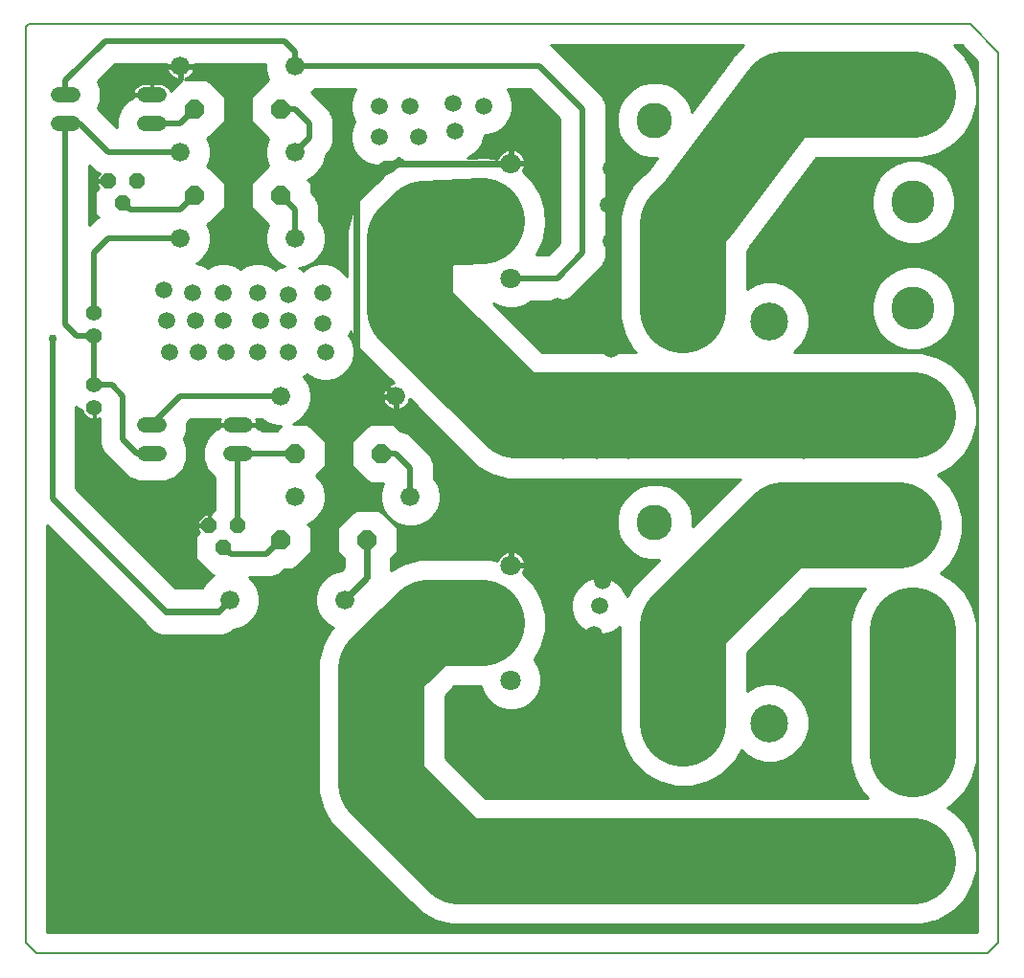
<source format=gtl>
G75*
%MOIN*%
%OFA0B0*%
%FSLAX25Y25*%
%IPPOS*%
%LPD*%
%AMOC8*
5,1,8,0,0,1.08239X$1,22.5*
%
%ADD10C,0.00787*%
%ADD11C,0.06600*%
%ADD12C,0.07087*%
%ADD13C,0.13189*%
%ADD14C,0.12362*%
%ADD15C,0.05200*%
%ADD16OC8,0.06600*%
%ADD17C,0.05600*%
%ADD18OC8,0.05200*%
%ADD19C,0.15000*%
%ADD20C,0.02000*%
%ADD21C,0.02400*%
%ADD22C,0.30000*%
%ADD23C,0.02978*%
%ADD24C,0.01000*%
%ADD25C,0.05906*%
D10*
X0043063Y0041803D02*
X0047000Y0037866D01*
X0377709Y0037866D01*
X0381646Y0041803D01*
X0381646Y0351843D01*
X0371803Y0361685D01*
X0044047Y0361685D01*
X0043063Y0360701D01*
X0043063Y0041803D01*
D11*
X0114126Y0161016D03*
X0154126Y0161016D03*
X0137000Y0197000D03*
X0177000Y0197000D03*
X0172000Y0232000D03*
X0132000Y0232000D03*
X0137000Y0287000D03*
X0137000Y0317000D03*
X0137000Y0347000D03*
X0097000Y0347000D03*
X0097000Y0317000D03*
X0097000Y0287000D03*
D12*
X0212000Y0273181D03*
X0212000Y0313181D03*
X0212000Y0173181D03*
X0212000Y0133181D03*
D13*
X0272000Y0118181D03*
X0302000Y0118181D03*
X0302000Y0258181D03*
X0272000Y0258181D03*
D14*
X0202000Y0293181D03*
X0262000Y0328181D03*
X0262000Y0188181D03*
X0202000Y0153181D03*
D15*
X0119600Y0212000D02*
X0114400Y0212000D01*
X0114400Y0222000D02*
X0119600Y0222000D01*
X0089600Y0222000D02*
X0084400Y0222000D01*
X0084400Y0212000D02*
X0089600Y0212000D01*
X0089600Y0327000D02*
X0084400Y0327000D01*
X0084400Y0337000D02*
X0089600Y0337000D01*
X0059600Y0337000D02*
X0054400Y0337000D01*
X0054400Y0327000D02*
X0059600Y0327000D01*
D16*
X0102000Y0332000D03*
X0132000Y0332000D03*
X0132000Y0302000D03*
X0102000Y0302000D03*
X0137000Y0212000D03*
X0167000Y0212000D03*
X0162000Y0182000D03*
X0132000Y0182000D03*
D17*
X0067000Y0228063D03*
X0067000Y0235937D03*
X0067000Y0253063D03*
X0067000Y0260937D03*
D18*
X0077000Y0299500D03*
X0072000Y0307000D03*
X0082000Y0307000D03*
X0107000Y0187000D03*
X0112000Y0179500D03*
X0117000Y0187000D03*
D19*
X0352000Y0187787D03*
X0352000Y0225189D03*
X0352000Y0262591D03*
X0352000Y0299598D03*
X0352000Y0337000D03*
X0352000Y0150386D03*
X0352000Y0107472D03*
X0352000Y0070071D03*
D20*
X0177000Y0197000D02*
X0177000Y0207000D01*
X0172000Y0212000D01*
X0167000Y0212000D01*
X0137000Y0212000D02*
X0117000Y0212000D01*
X0117000Y0187000D01*
X0112000Y0179500D02*
X0114500Y0177000D01*
X0127000Y0177000D01*
X0132000Y0182000D01*
X0092000Y0157000D02*
X0052489Y0196511D01*
X0052489Y0252000D01*
X0057000Y0257000D02*
X0057000Y0327000D01*
X0062000Y0327000D01*
X0072000Y0317000D01*
X0097000Y0317000D01*
X0097000Y0327000D02*
X0102000Y0332000D01*
X0097000Y0327000D02*
X0087000Y0327000D01*
X0102000Y0302000D02*
X0097000Y0297000D01*
X0079500Y0297000D01*
X0077000Y0299500D01*
X0072000Y0287000D02*
X0097000Y0287000D01*
X0072000Y0287000D02*
X0067000Y0282000D01*
X0067000Y0260937D01*
X0067000Y0253063D02*
X0060937Y0253063D01*
X0057000Y0257000D01*
X0067000Y0253063D02*
X0067000Y0235937D01*
X0073063Y0235937D01*
X0077000Y0232000D01*
X0077000Y0217000D01*
X0082000Y0212000D01*
X0087000Y0212000D01*
X0087000Y0222000D02*
X0097000Y0232000D01*
X0132000Y0232000D01*
X0137000Y0287000D02*
X0137000Y0297000D01*
X0132000Y0302000D01*
X0137000Y0317000D02*
X0142000Y0322000D01*
X0142000Y0327000D01*
X0137000Y0332000D01*
X0132000Y0332000D01*
X0137000Y0347000D02*
X0137000Y0352000D01*
X0133299Y0355701D01*
X0070701Y0355701D01*
X0057000Y0342000D01*
X0057000Y0337000D01*
X0137000Y0347000D02*
X0222000Y0347000D01*
X0237000Y0332000D01*
X0237000Y0282000D01*
X0228181Y0273181D01*
X0212000Y0273181D01*
D21*
X0212000Y0313181D02*
X0167787Y0313181D01*
X0158220Y0303614D01*
X0158220Y0245780D01*
X0172000Y0232000D01*
X0162000Y0182000D02*
X0162000Y0168890D01*
X0154126Y0161016D01*
X0114126Y0161016D02*
X0110110Y0157000D01*
X0092000Y0157000D01*
X0198575Y0118575D02*
X0198575Y0117591D01*
X0206449Y0109717D01*
X0307827Y0153024D02*
X0308811Y0154008D01*
X0318654Y0154008D01*
D22*
X0352000Y0150386D02*
X0352000Y0107472D01*
X0352000Y0070071D02*
X0193929Y0070071D01*
X0167000Y0097000D01*
X0167000Y0137000D01*
X0183181Y0153181D01*
X0202000Y0153181D01*
X0272000Y0152000D02*
X0272000Y0118181D01*
X0272000Y0152000D02*
X0307000Y0187000D01*
X0347000Y0187000D01*
X0352000Y0225189D02*
X0213811Y0225189D01*
X0177000Y0262000D01*
X0177000Y0287000D01*
X0182000Y0292000D01*
X0202000Y0293181D01*
X0272000Y0292000D02*
X0272000Y0262000D01*
X0272000Y0292000D02*
X0277000Y0297000D01*
X0307000Y0337000D01*
X0352000Y0337000D01*
X0317000Y0337000D01*
D23*
X0174953Y0137276D03*
X0167000Y0137000D03*
X0166094Y0129402D03*
X0052489Y0252000D03*
D24*
X0060589Y0228347D02*
X0061392Y0227544D01*
X0062842Y0226943D01*
X0063015Y0226412D01*
X0063322Y0225809D01*
X0063720Y0225262D01*
X0064199Y0224783D01*
X0064746Y0224385D01*
X0065349Y0224078D01*
X0065993Y0223869D01*
X0066662Y0223763D01*
X0066713Y0223763D01*
X0066713Y0226037D01*
X0067287Y0226037D01*
X0067287Y0223763D01*
X0067338Y0223763D01*
X0068007Y0223869D01*
X0068651Y0224078D01*
X0068900Y0224205D01*
X0068900Y0215389D01*
X0070133Y0212412D01*
X0075133Y0207412D01*
X0077412Y0205133D01*
X0077646Y0205036D01*
X0078905Y0203777D01*
X0082471Y0202300D01*
X0091529Y0202300D01*
X0095095Y0203777D01*
X0097823Y0206505D01*
X0099300Y0210071D01*
X0099300Y0213929D01*
X0098028Y0217000D01*
X0099300Y0220071D01*
X0099300Y0222845D01*
X0100355Y0223900D01*
X0110767Y0223900D01*
X0110600Y0223574D01*
X0110401Y0222960D01*
X0110300Y0222323D01*
X0110300Y0222300D01*
X0116700Y0222300D01*
X0116700Y0221700D01*
X0112471Y0221700D01*
X0112471Y0221700D01*
X0110300Y0221700D01*
X0110300Y0221677D01*
X0110401Y0221040D01*
X0110457Y0220866D01*
X0108905Y0220223D01*
X0106177Y0217495D01*
X0104700Y0213929D01*
X0104700Y0210071D01*
X0106177Y0206505D01*
X0108900Y0203782D01*
X0108900Y0192618D01*
X0107382Y0191100D01*
X0107300Y0191100D01*
X0107300Y0188518D01*
X0106700Y0187918D01*
X0106700Y0191100D01*
X0105302Y0191100D01*
X0102900Y0188698D01*
X0102900Y0187300D01*
X0106082Y0187300D01*
X0105482Y0186700D01*
X0102900Y0186700D01*
X0102900Y0185302D01*
X0103492Y0184710D01*
X0102300Y0183518D01*
X0102300Y0175482D01*
X0107982Y0169800D01*
X0108541Y0169800D01*
X0107740Y0169338D01*
X0105804Y0167401D01*
X0104591Y0165300D01*
X0095155Y0165300D01*
X0060589Y0199866D01*
X0060589Y0228347D01*
X0060589Y0227611D02*
X0061325Y0227611D01*
X0060589Y0226613D02*
X0062950Y0226613D01*
X0063464Y0225614D02*
X0060589Y0225614D01*
X0060589Y0224616D02*
X0064429Y0224616D01*
X0066713Y0224616D02*
X0067287Y0224616D01*
X0067287Y0225614D02*
X0066713Y0225614D01*
X0068900Y0223617D02*
X0060589Y0223617D01*
X0060589Y0222619D02*
X0068900Y0222619D01*
X0068900Y0221620D02*
X0060589Y0221620D01*
X0060589Y0220622D02*
X0068900Y0220622D01*
X0068900Y0219623D02*
X0060589Y0219623D01*
X0060589Y0218625D02*
X0068900Y0218625D01*
X0068900Y0217626D02*
X0060589Y0217626D01*
X0060589Y0216628D02*
X0068900Y0216628D01*
X0068900Y0215629D02*
X0060589Y0215629D01*
X0060589Y0214631D02*
X0069214Y0214631D01*
X0069628Y0213632D02*
X0060589Y0213632D01*
X0060589Y0212634D02*
X0070041Y0212634D01*
X0070910Y0211635D02*
X0060589Y0211635D01*
X0060589Y0210637D02*
X0071908Y0210637D01*
X0072907Y0209638D02*
X0060589Y0209638D01*
X0060589Y0208640D02*
X0073905Y0208640D01*
X0074904Y0207641D02*
X0060589Y0207641D01*
X0060589Y0206643D02*
X0075902Y0206643D01*
X0076901Y0205644D02*
X0060589Y0205644D01*
X0060589Y0204646D02*
X0078036Y0204646D01*
X0079218Y0203647D02*
X0060589Y0203647D01*
X0060589Y0202649D02*
X0081629Y0202649D01*
X0068790Y0191665D02*
X0107947Y0191665D01*
X0107300Y0190667D02*
X0106700Y0190667D01*
X0106700Y0189668D02*
X0107300Y0189668D01*
X0107300Y0188670D02*
X0106700Y0188670D01*
X0104868Y0190667D02*
X0069789Y0190667D01*
X0070787Y0189668D02*
X0103870Y0189668D01*
X0102900Y0188670D02*
X0071786Y0188670D01*
X0072784Y0187671D02*
X0102900Y0187671D01*
X0102900Y0186672D02*
X0073783Y0186672D01*
X0074781Y0185674D02*
X0102900Y0185674D01*
X0103458Y0184675D02*
X0075780Y0184675D01*
X0076778Y0183677D02*
X0102459Y0183677D01*
X0102300Y0182678D02*
X0077777Y0182678D01*
X0078775Y0181680D02*
X0102300Y0181680D01*
X0102300Y0180681D02*
X0079774Y0180681D01*
X0080772Y0179683D02*
X0102300Y0179683D01*
X0102300Y0178684D02*
X0081771Y0178684D01*
X0082769Y0177686D02*
X0102300Y0177686D01*
X0102300Y0176687D02*
X0083768Y0176687D01*
X0084766Y0175689D02*
X0102300Y0175689D01*
X0103092Y0174690D02*
X0085765Y0174690D01*
X0086763Y0173692D02*
X0104090Y0173692D01*
X0105089Y0172693D02*
X0087762Y0172693D01*
X0088760Y0171695D02*
X0106087Y0171695D01*
X0107086Y0170696D02*
X0089759Y0170696D01*
X0090757Y0169698D02*
X0108364Y0169698D01*
X0107102Y0168699D02*
X0091756Y0168699D01*
X0092754Y0167701D02*
X0106103Y0167701D01*
X0105400Y0166702D02*
X0093753Y0166702D01*
X0094751Y0165704D02*
X0104824Y0165704D01*
X0120950Y0168900D02*
X0128611Y0168900D01*
X0131588Y0170133D01*
X0133055Y0171600D01*
X0136308Y0171600D01*
X0142400Y0177692D01*
X0142400Y0186308D01*
X0141258Y0187450D01*
X0143386Y0188678D01*
X0145322Y0190614D01*
X0146691Y0192986D01*
X0147400Y0195631D01*
X0147400Y0198369D01*
X0146691Y0201014D01*
X0145322Y0203386D01*
X0144208Y0204500D01*
X0147400Y0207692D01*
X0147400Y0216308D01*
X0141308Y0222400D01*
X0136172Y0222400D01*
X0138386Y0223678D01*
X0140322Y0225614D01*
X0141691Y0227986D01*
X0142400Y0230631D01*
X0142400Y0233369D01*
X0141691Y0236014D01*
X0140322Y0238386D01*
X0139800Y0238907D01*
X0140771Y0239468D01*
X0140996Y0239693D01*
X0141221Y0239468D01*
X0143513Y0238144D01*
X0146070Y0237459D01*
X0148717Y0237459D01*
X0151274Y0238144D01*
X0153566Y0239468D01*
X0155438Y0241339D01*
X0156761Y0243632D01*
X0157446Y0246188D01*
X0157446Y0248835D01*
X0156761Y0251392D01*
X0155668Y0253285D01*
X0155777Y0253474D01*
X0156091Y0254646D01*
X0156406Y0253470D01*
X0159316Y0248430D01*
X0171038Y0236708D01*
X0170876Y0236682D01*
X0170157Y0236448D01*
X0169484Y0236105D01*
X0168873Y0235661D01*
X0168339Y0235127D01*
X0167895Y0234516D01*
X0167552Y0233843D01*
X0167318Y0233124D01*
X0167219Y0232500D01*
X0171500Y0232500D01*
X0171500Y0231500D01*
X0172500Y0231500D01*
X0172500Y0227219D01*
X0173124Y0227318D01*
X0173843Y0227552D01*
X0174516Y0227895D01*
X0175127Y0228339D01*
X0175661Y0228873D01*
X0176105Y0229484D01*
X0176448Y0230157D01*
X0176682Y0230876D01*
X0176708Y0231038D01*
X0200241Y0207505D01*
X0205281Y0204595D01*
X0210901Y0203089D01*
X0228454Y0203089D01*
X0228747Y0203010D01*
X0231394Y0203010D01*
X0231688Y0203089D01*
X0240265Y0203089D01*
X0240558Y0203010D01*
X0243205Y0203010D01*
X0243499Y0203089D01*
X0251091Y0203089D01*
X0251385Y0203010D01*
X0254032Y0203010D01*
X0254326Y0203089D01*
X0291835Y0203089D01*
X0289316Y0200570D01*
X0275281Y0186535D01*
X0275281Y0189930D01*
X0274376Y0193307D01*
X0272628Y0196336D01*
X0270155Y0198809D01*
X0267126Y0200557D01*
X0263748Y0201462D01*
X0260252Y0201462D01*
X0256874Y0200557D01*
X0253845Y0198809D01*
X0251372Y0196336D01*
X0249624Y0193307D01*
X0248719Y0189930D01*
X0248719Y0186433D01*
X0249624Y0183055D01*
X0251372Y0180026D01*
X0253845Y0177554D01*
X0256874Y0175805D01*
X0260252Y0174900D01*
X0263646Y0174900D01*
X0254316Y0165570D01*
X0252389Y0162232D01*
X0252234Y0162809D01*
X0250910Y0165102D01*
X0249039Y0166973D01*
X0246746Y0168297D01*
X0244190Y0168982D01*
X0241543Y0168982D01*
X0238986Y0168297D01*
X0236694Y0166973D01*
X0234822Y0165102D01*
X0233498Y0162809D01*
X0232813Y0160253D01*
X0232813Y0157606D01*
X0233498Y0155049D01*
X0234822Y0152757D01*
X0236694Y0150885D01*
X0238986Y0149561D01*
X0241543Y0148876D01*
X0244190Y0148876D01*
X0246746Y0149561D01*
X0249039Y0150885D01*
X0249900Y0151746D01*
X0249900Y0115272D01*
X0251406Y0109651D01*
X0254316Y0104611D01*
X0258430Y0100497D01*
X0263470Y0097587D01*
X0269090Y0096081D01*
X0274910Y0096081D01*
X0280530Y0097587D01*
X0285570Y0100497D01*
X0289684Y0104611D01*
X0292070Y0108744D01*
X0293591Y0107223D01*
X0296714Y0105420D01*
X0300197Y0104487D01*
X0303803Y0104487D01*
X0307286Y0105420D01*
X0310409Y0107223D01*
X0312958Y0109772D01*
X0314761Y0112895D01*
X0315694Y0116378D01*
X0315694Y0119984D01*
X0314761Y0123467D01*
X0312958Y0126590D01*
X0310409Y0129139D01*
X0307286Y0130942D01*
X0303803Y0131876D01*
X0300197Y0131876D01*
X0296714Y0130942D01*
X0294100Y0129433D01*
X0294100Y0142846D01*
X0316154Y0164900D01*
X0335260Y0164900D01*
X0334316Y0163956D01*
X0331406Y0158916D01*
X0329900Y0153295D01*
X0329900Y0104563D01*
X0331406Y0098942D01*
X0334316Y0093903D01*
X0336047Y0092171D01*
X0203083Y0092171D01*
X0189100Y0106154D01*
X0189100Y0127846D01*
X0192335Y0131081D01*
X0201544Y0131081D01*
X0202082Y0129073D01*
X0203483Y0126646D01*
X0205465Y0124664D01*
X0207892Y0123263D01*
X0210599Y0122538D01*
X0213401Y0122538D01*
X0216108Y0123263D01*
X0218535Y0124664D01*
X0220517Y0126646D01*
X0221918Y0129073D01*
X0222643Y0131780D01*
X0222643Y0134582D01*
X0221918Y0137289D01*
X0220517Y0139716D01*
X0220027Y0140206D01*
X0222594Y0144651D01*
X0224100Y0150272D01*
X0224100Y0156091D01*
X0222594Y0161711D01*
X0219684Y0166751D01*
X0216138Y0170297D01*
X0216313Y0170538D01*
X0216674Y0171245D01*
X0216919Y0172000D01*
X0217027Y0172681D01*
X0212500Y0172681D01*
X0212500Y0173681D01*
X0217027Y0173681D01*
X0216919Y0174362D01*
X0216674Y0175117D01*
X0216313Y0175824D01*
X0215847Y0176467D01*
X0215285Y0177028D01*
X0214643Y0177495D01*
X0213936Y0177855D01*
X0213181Y0178100D01*
X0212500Y0178208D01*
X0212500Y0173681D01*
X0211500Y0173681D01*
X0211500Y0178208D01*
X0210819Y0178100D01*
X0210064Y0177855D01*
X0209357Y0177495D01*
X0208715Y0177028D01*
X0208153Y0176467D01*
X0207687Y0175824D01*
X0207326Y0175117D01*
X0207182Y0174672D01*
X0204910Y0175281D01*
X0180272Y0175281D01*
X0174651Y0173775D01*
X0170300Y0171263D01*
X0170300Y0175592D01*
X0172400Y0177692D01*
X0172400Y0186308D01*
X0166308Y0192400D01*
X0157692Y0192400D01*
X0151600Y0186308D01*
X0151600Y0177692D01*
X0153700Y0175592D01*
X0153700Y0172328D01*
X0152788Y0171416D01*
X0152757Y0171416D01*
X0150112Y0170707D01*
X0147740Y0169338D01*
X0145804Y0167401D01*
X0144435Y0165030D01*
X0143726Y0162385D01*
X0143726Y0159647D01*
X0144435Y0157001D01*
X0145804Y0154630D01*
X0147740Y0152694D01*
X0150086Y0151340D01*
X0149316Y0150570D01*
X0146406Y0145530D01*
X0144900Y0139910D01*
X0144900Y0094090D01*
X0146406Y0088470D01*
X0149316Y0083430D01*
X0180359Y0052386D01*
X0185399Y0049477D01*
X0191020Y0047971D01*
X0354910Y0047971D01*
X0360530Y0049477D01*
X0365570Y0052386D01*
X0369684Y0056501D01*
X0372594Y0061541D01*
X0374100Y0067161D01*
X0374100Y0072980D01*
X0372594Y0078601D01*
X0369684Y0083641D01*
X0365570Y0087755D01*
X0363809Y0088772D01*
X0365570Y0089788D01*
X0369684Y0093903D01*
X0372594Y0098942D01*
X0374100Y0104563D01*
X0374100Y0153295D01*
X0372594Y0158916D01*
X0369684Y0163956D01*
X0365570Y0168070D01*
X0361610Y0170356D01*
X0364684Y0173430D01*
X0367594Y0178470D01*
X0369100Y0184090D01*
X0369100Y0189910D01*
X0367594Y0195530D01*
X0364684Y0200570D01*
X0360612Y0204642D01*
X0365570Y0207505D01*
X0369684Y0211619D01*
X0372594Y0216659D01*
X0374100Y0222279D01*
X0374100Y0228098D01*
X0372594Y0233719D01*
X0369684Y0238759D01*
X0365570Y0242873D01*
X0360530Y0245783D01*
X0354910Y0247289D01*
X0310475Y0247289D01*
X0312958Y0249772D01*
X0314761Y0252895D01*
X0315694Y0256378D01*
X0315694Y0259984D01*
X0314761Y0263467D01*
X0312958Y0266590D01*
X0310409Y0269139D01*
X0307286Y0270942D01*
X0303803Y0271876D01*
X0300197Y0271876D01*
X0296714Y0270942D01*
X0294100Y0269433D01*
X0294100Y0282846D01*
X0294684Y0283430D01*
X0295476Y0284801D01*
X0318050Y0314900D01*
X0354910Y0314900D01*
X0360530Y0316406D01*
X0365570Y0319316D01*
X0369684Y0323430D01*
X0372594Y0328470D01*
X0374100Y0334090D01*
X0374100Y0339910D01*
X0372594Y0345530D01*
X0369684Y0350570D01*
X0366063Y0354191D01*
X0368699Y0354191D01*
X0374152Y0348739D01*
X0374152Y0045360D01*
X0050557Y0045360D01*
X0050557Y0186988D01*
X0084764Y0152781D01*
X0084964Y0152298D01*
X0087298Y0149964D01*
X0090349Y0148700D01*
X0111761Y0148700D01*
X0114812Y0149964D01*
X0115464Y0150616D01*
X0115495Y0150616D01*
X0118140Y0151324D01*
X0120512Y0152694D01*
X0122448Y0154630D01*
X0123817Y0157001D01*
X0124526Y0159647D01*
X0124526Y0162385D01*
X0123817Y0165030D01*
X0122448Y0167401D01*
X0120950Y0168900D01*
X0121150Y0168699D02*
X0147102Y0168699D01*
X0146103Y0167701D02*
X0122149Y0167701D01*
X0122852Y0166702D02*
X0145400Y0166702D01*
X0144824Y0165704D02*
X0123428Y0165704D01*
X0123904Y0164705D02*
X0144348Y0164705D01*
X0144080Y0163707D02*
X0124172Y0163707D01*
X0124439Y0162708D02*
X0143813Y0162708D01*
X0143726Y0161710D02*
X0124526Y0161710D01*
X0124526Y0160711D02*
X0143726Y0160711D01*
X0143726Y0159713D02*
X0124526Y0159713D01*
X0124276Y0158714D02*
X0143976Y0158714D01*
X0144243Y0157716D02*
X0124009Y0157716D01*
X0123653Y0156717D02*
X0144599Y0156717D01*
X0145175Y0155719D02*
X0123077Y0155719D01*
X0122500Y0154720D02*
X0145752Y0154720D01*
X0146712Y0153722D02*
X0121540Y0153722D01*
X0120541Y0152723D02*
X0147711Y0152723D01*
X0149419Y0151725D02*
X0118833Y0151725D01*
X0115907Y0150726D02*
X0149472Y0150726D01*
X0148829Y0149728D02*
X0114242Y0149728D01*
X0111831Y0148729D02*
X0148253Y0148729D01*
X0147676Y0147731D02*
X0050557Y0147731D01*
X0050557Y0148729D02*
X0090279Y0148729D01*
X0087868Y0149728D02*
X0050557Y0149728D01*
X0050557Y0150726D02*
X0086536Y0150726D01*
X0085537Y0151725D02*
X0050557Y0151725D01*
X0050557Y0152723D02*
X0084788Y0152723D01*
X0083823Y0153722D02*
X0050557Y0153722D01*
X0050557Y0154720D02*
X0082825Y0154720D01*
X0081826Y0155719D02*
X0050557Y0155719D01*
X0050557Y0156717D02*
X0080828Y0156717D01*
X0079829Y0157716D02*
X0050557Y0157716D01*
X0050557Y0158714D02*
X0078831Y0158714D01*
X0077832Y0159713D02*
X0050557Y0159713D01*
X0050557Y0160711D02*
X0076834Y0160711D01*
X0075835Y0161710D02*
X0050557Y0161710D01*
X0050557Y0162708D02*
X0074837Y0162708D01*
X0073838Y0163707D02*
X0050557Y0163707D01*
X0050557Y0164705D02*
X0072840Y0164705D01*
X0071841Y0165704D02*
X0050557Y0165704D01*
X0050557Y0166702D02*
X0070843Y0166702D01*
X0069844Y0167701D02*
X0050557Y0167701D01*
X0050557Y0168699D02*
X0068846Y0168699D01*
X0067847Y0169698D02*
X0050557Y0169698D01*
X0050557Y0170696D02*
X0066849Y0170696D01*
X0065850Y0171695D02*
X0050557Y0171695D01*
X0050557Y0172693D02*
X0064852Y0172693D01*
X0063853Y0173692D02*
X0050557Y0173692D01*
X0050557Y0174690D02*
X0062855Y0174690D01*
X0061856Y0175689D02*
X0050557Y0175689D01*
X0050557Y0176687D02*
X0060857Y0176687D01*
X0059859Y0177686D02*
X0050557Y0177686D01*
X0050557Y0178684D02*
X0058860Y0178684D01*
X0057862Y0179683D02*
X0050557Y0179683D01*
X0050557Y0180681D02*
X0056863Y0180681D01*
X0055865Y0181680D02*
X0050557Y0181680D01*
X0050557Y0182678D02*
X0054866Y0182678D01*
X0053868Y0183677D02*
X0050557Y0183677D01*
X0050557Y0184675D02*
X0052869Y0184675D01*
X0051871Y0185674D02*
X0050557Y0185674D01*
X0050557Y0186672D02*
X0050872Y0186672D01*
X0062799Y0197656D02*
X0108900Y0197656D01*
X0108900Y0196658D02*
X0063798Y0196658D01*
X0064796Y0195659D02*
X0108900Y0195659D01*
X0108900Y0194661D02*
X0065795Y0194661D01*
X0066793Y0193662D02*
X0108900Y0193662D01*
X0108900Y0192664D02*
X0067792Y0192664D01*
X0061800Y0198655D02*
X0108900Y0198655D01*
X0108900Y0199653D02*
X0060802Y0199653D01*
X0060589Y0200652D02*
X0108900Y0200652D01*
X0108900Y0201650D02*
X0060589Y0201650D01*
X0092371Y0202649D02*
X0108900Y0202649D01*
X0108900Y0203647D02*
X0094782Y0203647D01*
X0095964Y0204646D02*
X0108036Y0204646D01*
X0107038Y0205644D02*
X0096962Y0205644D01*
X0097880Y0206643D02*
X0106120Y0206643D01*
X0105706Y0207641D02*
X0098294Y0207641D01*
X0098707Y0208640D02*
X0105293Y0208640D01*
X0104879Y0209638D02*
X0099121Y0209638D01*
X0099300Y0210637D02*
X0104700Y0210637D01*
X0104700Y0211635D02*
X0099300Y0211635D01*
X0099300Y0212634D02*
X0104700Y0212634D01*
X0104700Y0213632D02*
X0099300Y0213632D01*
X0099009Y0214631D02*
X0104991Y0214631D01*
X0105404Y0215629D02*
X0098596Y0215629D01*
X0098182Y0216628D02*
X0105818Y0216628D01*
X0106308Y0217626D02*
X0098288Y0217626D01*
X0098701Y0218625D02*
X0107307Y0218625D01*
X0108305Y0219623D02*
X0099115Y0219623D01*
X0099300Y0220622D02*
X0109868Y0220622D01*
X0110309Y0221620D02*
X0099300Y0221620D01*
X0099300Y0222619D02*
X0110347Y0222619D01*
X0110623Y0223617D02*
X0100073Y0223617D01*
X0117300Y0222300D02*
X0123700Y0222300D01*
X0123700Y0222323D01*
X0123599Y0222960D01*
X0123400Y0223574D01*
X0123233Y0223900D01*
X0125392Y0223900D01*
X0125614Y0223678D01*
X0127986Y0222309D01*
X0130631Y0221600D01*
X0131892Y0221600D01*
X0130392Y0220100D01*
X0125218Y0220100D01*
X0125095Y0220223D01*
X0123543Y0220866D01*
X0123599Y0221040D01*
X0123700Y0221677D01*
X0123700Y0221700D01*
X0121529Y0221700D01*
X0117300Y0221700D01*
X0117300Y0222300D01*
X0121529Y0221700D02*
X0121529Y0221700D01*
X0123691Y0221620D02*
X0130555Y0221620D01*
X0130914Y0220622D02*
X0124132Y0220622D01*
X0123653Y0222619D02*
X0127449Y0222619D01*
X0125719Y0223617D02*
X0123377Y0223617D01*
X0136551Y0222619D02*
X0185127Y0222619D01*
X0184128Y0223617D02*
X0138281Y0223617D01*
X0139324Y0224616D02*
X0183130Y0224616D01*
X0182131Y0225614D02*
X0140322Y0225614D01*
X0140899Y0226613D02*
X0181133Y0226613D01*
X0180134Y0227611D02*
X0173960Y0227611D01*
X0172500Y0227611D02*
X0171500Y0227611D01*
X0171500Y0227219D02*
X0171500Y0231500D01*
X0167219Y0231500D01*
X0167318Y0230876D01*
X0167552Y0230157D01*
X0167895Y0229484D01*
X0168339Y0228873D01*
X0168873Y0228339D01*
X0169484Y0227895D01*
X0170157Y0227552D01*
X0170876Y0227318D01*
X0171500Y0227219D01*
X0171500Y0228610D02*
X0172500Y0228610D01*
X0172500Y0229608D02*
X0171500Y0229608D01*
X0171500Y0230607D02*
X0172500Y0230607D01*
X0171500Y0231605D02*
X0142400Y0231605D01*
X0142394Y0230607D02*
X0167406Y0230607D01*
X0167831Y0229608D02*
X0142126Y0229608D01*
X0141859Y0228610D02*
X0168602Y0228610D01*
X0170040Y0227611D02*
X0141475Y0227611D01*
X0142400Y0232604D02*
X0167236Y0232604D01*
X0167474Y0233603D02*
X0142337Y0233603D01*
X0142070Y0234601D02*
X0167957Y0234601D01*
X0168811Y0235600D02*
X0141802Y0235600D01*
X0141354Y0236598D02*
X0170618Y0236598D01*
X0170149Y0237597D02*
X0149230Y0237597D01*
X0152055Y0238595D02*
X0169151Y0238595D01*
X0168152Y0239594D02*
X0153692Y0239594D01*
X0154691Y0240592D02*
X0167154Y0240592D01*
X0166155Y0241591D02*
X0155583Y0241591D01*
X0156159Y0242589D02*
X0165157Y0242589D01*
X0164158Y0243588D02*
X0156736Y0243588D01*
X0157017Y0244586D02*
X0163160Y0244586D01*
X0162161Y0245585D02*
X0157285Y0245585D01*
X0157446Y0246583D02*
X0161163Y0246583D01*
X0160164Y0247582D02*
X0157446Y0247582D01*
X0157446Y0248580D02*
X0159229Y0248580D01*
X0158653Y0249579D02*
X0157247Y0249579D01*
X0156980Y0250577D02*
X0158076Y0250577D01*
X0157500Y0251576D02*
X0156655Y0251576D01*
X0156923Y0252574D02*
X0156079Y0252574D01*
X0155804Y0253573D02*
X0156378Y0253573D01*
X0156111Y0254571D02*
X0156071Y0254571D01*
X0141095Y0239594D02*
X0140897Y0239594D01*
X0140113Y0238595D02*
X0142732Y0238595D01*
X0140778Y0237597D02*
X0145557Y0237597D01*
X0142087Y0221620D02*
X0161913Y0221620D01*
X0162692Y0222400D02*
X0156600Y0216308D01*
X0156600Y0207692D01*
X0162692Y0201600D01*
X0167647Y0201600D01*
X0167309Y0201014D01*
X0166600Y0198369D01*
X0166600Y0195631D01*
X0167309Y0192986D01*
X0168678Y0190614D01*
X0170614Y0188678D01*
X0172986Y0187309D01*
X0175631Y0186600D01*
X0178369Y0186600D01*
X0181014Y0187309D01*
X0183386Y0188678D01*
X0185322Y0190614D01*
X0186691Y0192986D01*
X0187400Y0195631D01*
X0187400Y0198369D01*
X0186691Y0201014D01*
X0185322Y0203386D01*
X0185100Y0203608D01*
X0185100Y0208611D01*
X0183867Y0211588D01*
X0178867Y0216588D01*
X0176588Y0218867D01*
X0173611Y0220100D01*
X0173608Y0220100D01*
X0171308Y0222400D01*
X0162692Y0222400D01*
X0160914Y0220622D02*
X0143086Y0220622D01*
X0144084Y0219623D02*
X0159916Y0219623D01*
X0158917Y0218625D02*
X0145083Y0218625D01*
X0146081Y0217626D02*
X0157919Y0217626D01*
X0156920Y0216628D02*
X0147080Y0216628D01*
X0147400Y0215629D02*
X0156600Y0215629D01*
X0156600Y0214631D02*
X0147400Y0214631D01*
X0147400Y0213632D02*
X0156600Y0213632D01*
X0156600Y0212634D02*
X0147400Y0212634D01*
X0147400Y0211635D02*
X0156600Y0211635D01*
X0156600Y0210637D02*
X0147400Y0210637D01*
X0147400Y0209638D02*
X0156600Y0209638D01*
X0156600Y0208640D02*
X0147400Y0208640D01*
X0147349Y0207641D02*
X0156651Y0207641D01*
X0157649Y0206643D02*
X0146351Y0206643D01*
X0145352Y0205644D02*
X0158648Y0205644D01*
X0159646Y0204646D02*
X0144354Y0204646D01*
X0145061Y0203647D02*
X0160645Y0203647D01*
X0161644Y0202649D02*
X0145748Y0202649D01*
X0146324Y0201650D02*
X0162642Y0201650D01*
X0167212Y0200652D02*
X0146788Y0200652D01*
X0147056Y0199653D02*
X0166944Y0199653D01*
X0166676Y0198655D02*
X0147324Y0198655D01*
X0147400Y0197656D02*
X0166600Y0197656D01*
X0166600Y0196658D02*
X0147400Y0196658D01*
X0147400Y0195659D02*
X0166600Y0195659D01*
X0166860Y0194661D02*
X0147140Y0194661D01*
X0146872Y0193662D02*
X0167128Y0193662D01*
X0167495Y0192664D02*
X0146505Y0192664D01*
X0145929Y0191665D02*
X0156957Y0191665D01*
X0155959Y0190667D02*
X0145352Y0190667D01*
X0144376Y0189668D02*
X0154960Y0189668D01*
X0153962Y0188670D02*
X0143371Y0188670D01*
X0141642Y0187671D02*
X0152963Y0187671D01*
X0151965Y0186672D02*
X0142035Y0186672D01*
X0142400Y0185674D02*
X0151600Y0185674D01*
X0151600Y0184675D02*
X0142400Y0184675D01*
X0142400Y0183677D02*
X0151600Y0183677D01*
X0151600Y0182678D02*
X0142400Y0182678D01*
X0142400Y0181680D02*
X0151600Y0181680D01*
X0151600Y0180681D02*
X0142400Y0180681D01*
X0142400Y0179683D02*
X0151600Y0179683D01*
X0151600Y0178684D02*
X0142400Y0178684D01*
X0142394Y0177686D02*
X0151606Y0177686D01*
X0152605Y0176687D02*
X0141395Y0176687D01*
X0140397Y0175689D02*
X0153603Y0175689D01*
X0153700Y0174690D02*
X0139398Y0174690D01*
X0138400Y0173692D02*
X0153700Y0173692D01*
X0153700Y0172693D02*
X0137401Y0172693D01*
X0136403Y0171695D02*
X0153067Y0171695D01*
X0150093Y0170696D02*
X0132151Y0170696D01*
X0130537Y0169698D02*
X0148364Y0169698D01*
X0170300Y0171695D02*
X0171048Y0171695D01*
X0170300Y0172693D02*
X0172777Y0172693D01*
X0174507Y0173692D02*
X0170300Y0173692D01*
X0170300Y0174690D02*
X0178067Y0174690D01*
X0172394Y0177686D02*
X0209732Y0177686D01*
X0208374Y0176687D02*
X0171395Y0176687D01*
X0170397Y0175689D02*
X0207618Y0175689D01*
X0207188Y0174690D02*
X0207114Y0174690D01*
X0211500Y0174690D02*
X0212500Y0174690D01*
X0212500Y0173692D02*
X0211500Y0173692D01*
X0212500Y0172693D02*
X0261439Y0172693D01*
X0260441Y0171695D02*
X0216820Y0171695D01*
X0216394Y0170696D02*
X0259442Y0170696D01*
X0258444Y0169698D02*
X0216737Y0169698D01*
X0217736Y0168699D02*
X0240488Y0168699D01*
X0237954Y0167701D02*
X0218734Y0167701D01*
X0219712Y0166702D02*
X0236423Y0166702D01*
X0235424Y0165704D02*
X0220289Y0165704D01*
X0220865Y0164705D02*
X0234593Y0164705D01*
X0234017Y0163707D02*
X0221442Y0163707D01*
X0222018Y0162708D02*
X0233471Y0162708D01*
X0233204Y0161710D02*
X0222594Y0161710D01*
X0222862Y0160711D02*
X0232936Y0160711D01*
X0232813Y0159713D02*
X0223129Y0159713D01*
X0223397Y0158714D02*
X0232813Y0158714D01*
X0232813Y0157716D02*
X0223665Y0157716D01*
X0223932Y0156717D02*
X0233051Y0156717D01*
X0233319Y0155719D02*
X0224100Y0155719D01*
X0224100Y0154720D02*
X0233688Y0154720D01*
X0234265Y0153722D02*
X0224100Y0153722D01*
X0224100Y0152723D02*
X0234855Y0152723D01*
X0235854Y0151725D02*
X0224100Y0151725D01*
X0224100Y0150726D02*
X0236969Y0150726D01*
X0238698Y0149728D02*
X0223954Y0149728D01*
X0223687Y0148729D02*
X0249900Y0148729D01*
X0249900Y0147731D02*
X0223419Y0147731D01*
X0223152Y0146732D02*
X0249900Y0146732D01*
X0249900Y0145734D02*
X0222884Y0145734D01*
X0222616Y0144735D02*
X0249900Y0144735D01*
X0249900Y0143737D02*
X0222066Y0143737D01*
X0221490Y0142738D02*
X0249900Y0142738D01*
X0249900Y0141739D02*
X0220913Y0141739D01*
X0220337Y0140741D02*
X0249900Y0140741D01*
X0249900Y0139742D02*
X0220491Y0139742D01*
X0221078Y0138744D02*
X0249900Y0138744D01*
X0249900Y0137745D02*
X0221655Y0137745D01*
X0222063Y0136747D02*
X0249900Y0136747D01*
X0249900Y0135748D02*
X0222331Y0135748D01*
X0222598Y0134750D02*
X0249900Y0134750D01*
X0249900Y0133751D02*
X0222643Y0133751D01*
X0222643Y0132753D02*
X0249900Y0132753D01*
X0249900Y0131754D02*
X0222636Y0131754D01*
X0222369Y0130756D02*
X0249900Y0130756D01*
X0249900Y0129757D02*
X0222101Y0129757D01*
X0221737Y0128759D02*
X0249900Y0128759D01*
X0249900Y0127760D02*
X0221160Y0127760D01*
X0220584Y0126762D02*
X0249900Y0126762D01*
X0249900Y0125763D02*
X0219634Y0125763D01*
X0218636Y0124765D02*
X0249900Y0124765D01*
X0249900Y0123766D02*
X0216980Y0123766D01*
X0214259Y0122768D02*
X0249900Y0122768D01*
X0249900Y0121769D02*
X0189100Y0121769D01*
X0189100Y0120771D02*
X0249900Y0120771D01*
X0249900Y0119772D02*
X0189100Y0119772D01*
X0189100Y0118774D02*
X0249900Y0118774D01*
X0249900Y0117775D02*
X0189100Y0117775D01*
X0189100Y0116777D02*
X0249900Y0116777D01*
X0249900Y0115778D02*
X0189100Y0115778D01*
X0189100Y0114780D02*
X0250032Y0114780D01*
X0250299Y0113781D02*
X0189100Y0113781D01*
X0189100Y0112783D02*
X0250567Y0112783D01*
X0250834Y0111784D02*
X0189100Y0111784D01*
X0189100Y0110786D02*
X0251102Y0110786D01*
X0251370Y0109787D02*
X0189100Y0109787D01*
X0189100Y0108789D02*
X0251904Y0108789D01*
X0252480Y0107790D02*
X0189100Y0107790D01*
X0189100Y0106792D02*
X0253057Y0106792D01*
X0253633Y0105793D02*
X0189461Y0105793D01*
X0190460Y0104795D02*
X0254210Y0104795D01*
X0255131Y0103796D02*
X0191458Y0103796D01*
X0192457Y0102798D02*
X0256129Y0102798D01*
X0257128Y0101799D02*
X0193455Y0101799D01*
X0194454Y0100801D02*
X0258126Y0100801D01*
X0259634Y0099802D02*
X0195452Y0099802D01*
X0196451Y0098803D02*
X0261363Y0098803D01*
X0263092Y0097805D02*
X0197449Y0097805D01*
X0198448Y0096806D02*
X0266383Y0096806D01*
X0277617Y0096806D02*
X0332639Y0096806D01*
X0333216Y0095808D02*
X0199446Y0095808D01*
X0200445Y0094809D02*
X0333792Y0094809D01*
X0334407Y0093811D02*
X0201443Y0093811D01*
X0202442Y0092812D02*
X0335406Y0092812D01*
X0332063Y0097805D02*
X0280908Y0097805D01*
X0282637Y0098803D02*
X0331486Y0098803D01*
X0331176Y0099802D02*
X0284366Y0099802D01*
X0285874Y0100801D02*
X0330908Y0100801D01*
X0330641Y0101799D02*
X0286872Y0101799D01*
X0287871Y0102798D02*
X0330373Y0102798D01*
X0330105Y0103796D02*
X0288869Y0103796D01*
X0289790Y0104795D02*
X0299048Y0104795D01*
X0296068Y0105793D02*
X0290367Y0105793D01*
X0290943Y0106792D02*
X0294338Y0106792D01*
X0293024Y0107790D02*
X0291520Y0107790D01*
X0304952Y0104795D02*
X0329900Y0104795D01*
X0329900Y0105793D02*
X0307932Y0105793D01*
X0309662Y0106792D02*
X0329900Y0106792D01*
X0329900Y0107790D02*
X0310976Y0107790D01*
X0311974Y0108789D02*
X0329900Y0108789D01*
X0329900Y0109787D02*
X0312967Y0109787D01*
X0313543Y0110786D02*
X0329900Y0110786D01*
X0329900Y0111784D02*
X0314120Y0111784D01*
X0314696Y0112783D02*
X0329900Y0112783D01*
X0329900Y0113781D02*
X0314999Y0113781D01*
X0315266Y0114780D02*
X0329900Y0114780D01*
X0329900Y0115778D02*
X0315534Y0115778D01*
X0315694Y0116777D02*
X0329900Y0116777D01*
X0329900Y0117775D02*
X0315694Y0117775D01*
X0315694Y0118774D02*
X0329900Y0118774D01*
X0329900Y0119772D02*
X0315694Y0119772D01*
X0315484Y0120771D02*
X0329900Y0120771D01*
X0329900Y0121769D02*
X0315216Y0121769D01*
X0314949Y0122768D02*
X0329900Y0122768D01*
X0329900Y0123766D02*
X0314588Y0123766D01*
X0314012Y0124765D02*
X0329900Y0124765D01*
X0329900Y0125763D02*
X0313435Y0125763D01*
X0312786Y0126762D02*
X0329900Y0126762D01*
X0329900Y0127760D02*
X0311788Y0127760D01*
X0310789Y0128759D02*
X0329900Y0128759D01*
X0329900Y0129757D02*
X0309338Y0129757D01*
X0307609Y0130756D02*
X0329900Y0130756D01*
X0329900Y0131754D02*
X0304255Y0131754D01*
X0299745Y0131754D02*
X0294100Y0131754D01*
X0294100Y0130756D02*
X0296391Y0130756D01*
X0294662Y0129757D02*
X0294100Y0129757D01*
X0294100Y0132753D02*
X0329900Y0132753D01*
X0329900Y0133751D02*
X0294100Y0133751D01*
X0294100Y0134750D02*
X0329900Y0134750D01*
X0329900Y0135748D02*
X0294100Y0135748D01*
X0294100Y0136747D02*
X0329900Y0136747D01*
X0329900Y0137745D02*
X0294100Y0137745D01*
X0294100Y0138744D02*
X0329900Y0138744D01*
X0329900Y0139742D02*
X0294100Y0139742D01*
X0294100Y0140741D02*
X0329900Y0140741D01*
X0329900Y0141739D02*
X0294100Y0141739D01*
X0294100Y0142738D02*
X0329900Y0142738D01*
X0329900Y0143737D02*
X0294991Y0143737D01*
X0295989Y0144735D02*
X0329900Y0144735D01*
X0329900Y0145734D02*
X0296988Y0145734D01*
X0297986Y0146732D02*
X0329900Y0146732D01*
X0329900Y0147731D02*
X0298985Y0147731D01*
X0299983Y0148729D02*
X0329900Y0148729D01*
X0329900Y0149728D02*
X0300982Y0149728D01*
X0301980Y0150726D02*
X0329900Y0150726D01*
X0329900Y0151725D02*
X0302979Y0151725D01*
X0303977Y0152723D02*
X0329900Y0152723D01*
X0330014Y0153722D02*
X0304976Y0153722D01*
X0305974Y0154720D02*
X0330282Y0154720D01*
X0330549Y0155719D02*
X0306973Y0155719D01*
X0307971Y0156717D02*
X0330817Y0156717D01*
X0331084Y0157716D02*
X0308970Y0157716D01*
X0309968Y0158714D02*
X0331352Y0158714D01*
X0331866Y0159713D02*
X0310967Y0159713D01*
X0311965Y0160711D02*
X0332442Y0160711D01*
X0333019Y0161710D02*
X0312964Y0161710D01*
X0313962Y0162708D02*
X0333595Y0162708D01*
X0334172Y0163707D02*
X0314961Y0163707D01*
X0315959Y0164705D02*
X0335065Y0164705D01*
X0361950Y0170696D02*
X0374152Y0170696D01*
X0374152Y0169698D02*
X0362751Y0169698D01*
X0364480Y0168699D02*
X0374152Y0168699D01*
X0374152Y0167701D02*
X0365939Y0167701D01*
X0366938Y0166702D02*
X0374152Y0166702D01*
X0374152Y0165704D02*
X0367936Y0165704D01*
X0368935Y0164705D02*
X0374152Y0164705D01*
X0374152Y0163707D02*
X0369828Y0163707D01*
X0370405Y0162708D02*
X0374152Y0162708D01*
X0374152Y0161710D02*
X0370981Y0161710D01*
X0371558Y0160711D02*
X0374152Y0160711D01*
X0374152Y0159713D02*
X0372134Y0159713D01*
X0372648Y0158714D02*
X0374152Y0158714D01*
X0374152Y0157716D02*
X0372916Y0157716D01*
X0373183Y0156717D02*
X0374152Y0156717D01*
X0374152Y0155719D02*
X0373451Y0155719D01*
X0373718Y0154720D02*
X0374152Y0154720D01*
X0374152Y0153722D02*
X0373986Y0153722D01*
X0374100Y0152723D02*
X0374152Y0152723D01*
X0374152Y0151725D02*
X0374100Y0151725D01*
X0374100Y0150726D02*
X0374152Y0150726D01*
X0374152Y0149728D02*
X0374100Y0149728D01*
X0374100Y0148729D02*
X0374152Y0148729D01*
X0374152Y0147731D02*
X0374100Y0147731D01*
X0374100Y0146732D02*
X0374152Y0146732D01*
X0374152Y0145734D02*
X0374100Y0145734D01*
X0374100Y0144735D02*
X0374152Y0144735D01*
X0374152Y0143737D02*
X0374100Y0143737D01*
X0374100Y0142738D02*
X0374152Y0142738D01*
X0374152Y0141739D02*
X0374100Y0141739D01*
X0374100Y0140741D02*
X0374152Y0140741D01*
X0374152Y0139742D02*
X0374100Y0139742D01*
X0374100Y0138744D02*
X0374152Y0138744D01*
X0374152Y0137745D02*
X0374100Y0137745D01*
X0374100Y0136747D02*
X0374152Y0136747D01*
X0374152Y0135748D02*
X0374100Y0135748D01*
X0374100Y0134750D02*
X0374152Y0134750D01*
X0374152Y0133751D02*
X0374100Y0133751D01*
X0374100Y0132753D02*
X0374152Y0132753D01*
X0374152Y0131754D02*
X0374100Y0131754D01*
X0374100Y0130756D02*
X0374152Y0130756D01*
X0374152Y0129757D02*
X0374100Y0129757D01*
X0374100Y0128759D02*
X0374152Y0128759D01*
X0374152Y0127760D02*
X0374100Y0127760D01*
X0374100Y0126762D02*
X0374152Y0126762D01*
X0374152Y0125763D02*
X0374100Y0125763D01*
X0374100Y0124765D02*
X0374152Y0124765D01*
X0374152Y0123766D02*
X0374100Y0123766D01*
X0374100Y0122768D02*
X0374152Y0122768D01*
X0374152Y0121769D02*
X0374100Y0121769D01*
X0374100Y0120771D02*
X0374152Y0120771D01*
X0374152Y0119772D02*
X0374100Y0119772D01*
X0374100Y0118774D02*
X0374152Y0118774D01*
X0374152Y0117775D02*
X0374100Y0117775D01*
X0374100Y0116777D02*
X0374152Y0116777D01*
X0374152Y0115778D02*
X0374100Y0115778D01*
X0374100Y0114780D02*
X0374152Y0114780D01*
X0374152Y0113781D02*
X0374100Y0113781D01*
X0374100Y0112783D02*
X0374152Y0112783D01*
X0374152Y0111784D02*
X0374100Y0111784D01*
X0374100Y0110786D02*
X0374152Y0110786D01*
X0374152Y0109787D02*
X0374100Y0109787D01*
X0374100Y0108789D02*
X0374152Y0108789D01*
X0374152Y0107790D02*
X0374100Y0107790D01*
X0374100Y0106792D02*
X0374152Y0106792D01*
X0374152Y0105793D02*
X0374100Y0105793D01*
X0374100Y0104795D02*
X0374152Y0104795D01*
X0374152Y0103796D02*
X0373895Y0103796D01*
X0374152Y0102798D02*
X0373627Y0102798D01*
X0373359Y0101799D02*
X0374152Y0101799D01*
X0374152Y0100801D02*
X0373092Y0100801D01*
X0372824Y0099802D02*
X0374152Y0099802D01*
X0374152Y0098803D02*
X0372514Y0098803D01*
X0371937Y0097805D02*
X0374152Y0097805D01*
X0374152Y0096806D02*
X0371361Y0096806D01*
X0370784Y0095808D02*
X0374152Y0095808D01*
X0374152Y0094809D02*
X0370208Y0094809D01*
X0369593Y0093811D02*
X0374152Y0093811D01*
X0374152Y0092812D02*
X0368594Y0092812D01*
X0367596Y0091814D02*
X0374152Y0091814D01*
X0374152Y0090815D02*
X0366597Y0090815D01*
X0365599Y0089817D02*
X0374152Y0089817D01*
X0374152Y0088818D02*
X0363890Y0088818D01*
X0365458Y0087820D02*
X0374152Y0087820D01*
X0374152Y0086821D02*
X0366504Y0086821D01*
X0367502Y0085823D02*
X0374152Y0085823D01*
X0374152Y0084824D02*
X0368501Y0084824D01*
X0369499Y0083826D02*
X0374152Y0083826D01*
X0374152Y0082827D02*
X0370154Y0082827D01*
X0370730Y0081829D02*
X0374152Y0081829D01*
X0374152Y0080830D02*
X0371307Y0080830D01*
X0371883Y0079832D02*
X0374152Y0079832D01*
X0374152Y0078833D02*
X0372460Y0078833D01*
X0372799Y0077835D02*
X0374152Y0077835D01*
X0374152Y0076836D02*
X0373067Y0076836D01*
X0373334Y0075838D02*
X0374152Y0075838D01*
X0374152Y0074839D02*
X0373602Y0074839D01*
X0373869Y0073841D02*
X0374152Y0073841D01*
X0374152Y0072842D02*
X0374100Y0072842D01*
X0374100Y0071844D02*
X0374152Y0071844D01*
X0374152Y0070845D02*
X0374100Y0070845D01*
X0374100Y0069847D02*
X0374152Y0069847D01*
X0374152Y0068848D02*
X0374100Y0068848D01*
X0374100Y0067850D02*
X0374152Y0067850D01*
X0374152Y0066851D02*
X0374017Y0066851D01*
X0374152Y0065853D02*
X0373749Y0065853D01*
X0373482Y0064854D02*
X0374152Y0064854D01*
X0374152Y0063856D02*
X0373214Y0063856D01*
X0372947Y0062857D02*
X0374152Y0062857D01*
X0374152Y0061859D02*
X0372679Y0061859D01*
X0372201Y0060860D02*
X0374152Y0060860D01*
X0374152Y0059862D02*
X0371625Y0059862D01*
X0371048Y0058863D02*
X0374152Y0058863D01*
X0374152Y0057865D02*
X0370472Y0057865D01*
X0369895Y0056866D02*
X0374152Y0056866D01*
X0374152Y0055868D02*
X0369051Y0055868D01*
X0368052Y0054869D02*
X0374152Y0054869D01*
X0374152Y0053870D02*
X0367054Y0053870D01*
X0366055Y0052872D02*
X0374152Y0052872D01*
X0374152Y0051873D02*
X0364681Y0051873D01*
X0362952Y0050875D02*
X0374152Y0050875D01*
X0374152Y0049876D02*
X0361222Y0049876D01*
X0358295Y0048878D02*
X0374152Y0048878D01*
X0374152Y0047879D02*
X0050557Y0047879D01*
X0050557Y0046881D02*
X0374152Y0046881D01*
X0374152Y0045882D02*
X0050557Y0045882D01*
X0050557Y0048878D02*
X0187634Y0048878D01*
X0184707Y0049876D02*
X0050557Y0049876D01*
X0050557Y0050875D02*
X0182977Y0050875D01*
X0181248Y0051873D02*
X0050557Y0051873D01*
X0050557Y0052872D02*
X0179874Y0052872D01*
X0178875Y0053870D02*
X0050557Y0053870D01*
X0050557Y0054869D02*
X0177877Y0054869D01*
X0176878Y0055868D02*
X0050557Y0055868D01*
X0050557Y0056866D02*
X0175880Y0056866D01*
X0174881Y0057865D02*
X0050557Y0057865D01*
X0050557Y0058863D02*
X0173883Y0058863D01*
X0172884Y0059862D02*
X0050557Y0059862D01*
X0050557Y0060860D02*
X0171886Y0060860D01*
X0170887Y0061859D02*
X0050557Y0061859D01*
X0050557Y0062857D02*
X0169889Y0062857D01*
X0168890Y0063856D02*
X0050557Y0063856D01*
X0050557Y0064854D02*
X0167892Y0064854D01*
X0166893Y0065853D02*
X0050557Y0065853D01*
X0050557Y0066851D02*
X0165895Y0066851D01*
X0164896Y0067850D02*
X0050557Y0067850D01*
X0050557Y0068848D02*
X0163898Y0068848D01*
X0162899Y0069847D02*
X0050557Y0069847D01*
X0050557Y0070845D02*
X0161901Y0070845D01*
X0160902Y0071844D02*
X0050557Y0071844D01*
X0050557Y0072842D02*
X0159904Y0072842D01*
X0158905Y0073841D02*
X0050557Y0073841D01*
X0050557Y0074839D02*
X0157907Y0074839D01*
X0156908Y0075838D02*
X0050557Y0075838D01*
X0050557Y0076836D02*
X0155910Y0076836D01*
X0154911Y0077835D02*
X0050557Y0077835D01*
X0050557Y0078833D02*
X0153913Y0078833D01*
X0152914Y0079832D02*
X0050557Y0079832D01*
X0050557Y0080830D02*
X0151916Y0080830D01*
X0150917Y0081829D02*
X0050557Y0081829D01*
X0050557Y0082827D02*
X0149919Y0082827D01*
X0149087Y0083826D02*
X0050557Y0083826D01*
X0050557Y0084824D02*
X0148511Y0084824D01*
X0147934Y0085823D02*
X0050557Y0085823D01*
X0050557Y0086821D02*
X0147358Y0086821D01*
X0146781Y0087820D02*
X0050557Y0087820D01*
X0050557Y0088818D02*
X0146313Y0088818D01*
X0146045Y0089817D02*
X0050557Y0089817D01*
X0050557Y0090815D02*
X0145778Y0090815D01*
X0145510Y0091814D02*
X0050557Y0091814D01*
X0050557Y0092812D02*
X0145242Y0092812D01*
X0144975Y0093811D02*
X0050557Y0093811D01*
X0050557Y0094809D02*
X0144900Y0094809D01*
X0144900Y0095808D02*
X0050557Y0095808D01*
X0050557Y0096806D02*
X0144900Y0096806D01*
X0144900Y0097805D02*
X0050557Y0097805D01*
X0050557Y0098803D02*
X0144900Y0098803D01*
X0144900Y0099802D02*
X0050557Y0099802D01*
X0050557Y0100801D02*
X0144900Y0100801D01*
X0144900Y0101799D02*
X0050557Y0101799D01*
X0050557Y0102798D02*
X0144900Y0102798D01*
X0144900Y0103796D02*
X0050557Y0103796D01*
X0050557Y0104795D02*
X0144900Y0104795D01*
X0144900Y0105793D02*
X0050557Y0105793D01*
X0050557Y0106792D02*
X0144900Y0106792D01*
X0144900Y0107790D02*
X0050557Y0107790D01*
X0050557Y0108789D02*
X0144900Y0108789D01*
X0144900Y0109787D02*
X0050557Y0109787D01*
X0050557Y0110786D02*
X0144900Y0110786D01*
X0144900Y0111784D02*
X0050557Y0111784D01*
X0050557Y0112783D02*
X0144900Y0112783D01*
X0144900Y0113781D02*
X0050557Y0113781D01*
X0050557Y0114780D02*
X0144900Y0114780D01*
X0144900Y0115778D02*
X0050557Y0115778D01*
X0050557Y0116777D02*
X0144900Y0116777D01*
X0144900Y0117775D02*
X0050557Y0117775D01*
X0050557Y0118774D02*
X0144900Y0118774D01*
X0144900Y0119772D02*
X0050557Y0119772D01*
X0050557Y0120771D02*
X0144900Y0120771D01*
X0144900Y0121769D02*
X0050557Y0121769D01*
X0050557Y0122768D02*
X0144900Y0122768D01*
X0144900Y0123766D02*
X0050557Y0123766D01*
X0050557Y0124765D02*
X0144900Y0124765D01*
X0144900Y0125763D02*
X0050557Y0125763D01*
X0050557Y0126762D02*
X0144900Y0126762D01*
X0144900Y0127760D02*
X0050557Y0127760D01*
X0050557Y0128759D02*
X0144900Y0128759D01*
X0144900Y0129757D02*
X0050557Y0129757D01*
X0050557Y0130756D02*
X0144900Y0130756D01*
X0144900Y0131754D02*
X0050557Y0131754D01*
X0050557Y0132753D02*
X0144900Y0132753D01*
X0144900Y0133751D02*
X0050557Y0133751D01*
X0050557Y0134750D02*
X0144900Y0134750D01*
X0144900Y0135748D02*
X0050557Y0135748D01*
X0050557Y0136747D02*
X0144900Y0136747D01*
X0144900Y0137745D02*
X0050557Y0137745D01*
X0050557Y0138744D02*
X0144900Y0138744D01*
X0144900Y0139742D02*
X0050557Y0139742D01*
X0050557Y0140741D02*
X0145123Y0140741D01*
X0145390Y0141739D02*
X0050557Y0141739D01*
X0050557Y0142738D02*
X0145658Y0142738D01*
X0145925Y0143737D02*
X0050557Y0143737D01*
X0050557Y0144735D02*
X0146193Y0144735D01*
X0146523Y0145734D02*
X0050557Y0145734D01*
X0050557Y0146732D02*
X0147100Y0146732D01*
X0172400Y0178684D02*
X0252714Y0178684D01*
X0253713Y0177686D02*
X0214268Y0177686D01*
X0215626Y0176687D02*
X0255345Y0176687D01*
X0257307Y0175689D02*
X0216382Y0175689D01*
X0216812Y0174690D02*
X0263436Y0174690D01*
X0262438Y0173692D02*
X0217025Y0173692D01*
X0212500Y0175689D02*
X0211500Y0175689D01*
X0211500Y0176687D02*
X0212500Y0176687D01*
X0212500Y0177686D02*
X0211500Y0177686D01*
X0186505Y0192664D02*
X0249451Y0192664D01*
X0249184Y0191665D02*
X0185929Y0191665D01*
X0185352Y0190667D02*
X0248916Y0190667D01*
X0248719Y0189668D02*
X0184376Y0189668D01*
X0183371Y0188670D02*
X0248719Y0188670D01*
X0248719Y0187671D02*
X0181642Y0187671D01*
X0178640Y0186672D02*
X0248719Y0186672D01*
X0248922Y0185674D02*
X0172400Y0185674D01*
X0172400Y0184675D02*
X0249190Y0184675D01*
X0249457Y0183677D02*
X0172400Y0183677D01*
X0172400Y0182678D02*
X0249841Y0182678D01*
X0250418Y0181680D02*
X0172400Y0181680D01*
X0172400Y0180681D02*
X0250994Y0180681D01*
X0251716Y0179683D02*
X0172400Y0179683D01*
X0172035Y0186672D02*
X0175360Y0186672D01*
X0172358Y0187671D02*
X0171037Y0187671D01*
X0170629Y0188670D02*
X0170038Y0188670D01*
X0169624Y0189668D02*
X0169040Y0189668D01*
X0168648Y0190667D02*
X0168041Y0190667D01*
X0168071Y0191665D02*
X0167043Y0191665D01*
X0186872Y0193662D02*
X0249829Y0193662D01*
X0250405Y0194661D02*
X0187140Y0194661D01*
X0187400Y0195659D02*
X0250982Y0195659D01*
X0251694Y0196658D02*
X0187400Y0196658D01*
X0187400Y0197656D02*
X0252693Y0197656D01*
X0253691Y0198655D02*
X0187324Y0198655D01*
X0187056Y0199653D02*
X0255308Y0199653D01*
X0257227Y0200652D02*
X0186788Y0200652D01*
X0186324Y0201650D02*
X0290396Y0201650D01*
X0289398Y0200652D02*
X0266773Y0200652D01*
X0268692Y0199653D02*
X0288399Y0199653D01*
X0287401Y0198655D02*
X0270309Y0198655D01*
X0271307Y0197656D02*
X0286402Y0197656D01*
X0285404Y0196658D02*
X0272306Y0196658D01*
X0273018Y0195659D02*
X0284405Y0195659D01*
X0283406Y0194661D02*
X0273595Y0194661D01*
X0274171Y0193662D02*
X0282408Y0193662D01*
X0281409Y0192664D02*
X0274549Y0192664D01*
X0274816Y0191665D02*
X0280411Y0191665D01*
X0279412Y0190667D02*
X0275084Y0190667D01*
X0275281Y0189668D02*
X0278414Y0189668D01*
X0277415Y0188670D02*
X0275281Y0188670D01*
X0275281Y0187671D02*
X0276417Y0187671D01*
X0275418Y0186672D02*
X0275281Y0186672D01*
X0291395Y0202649D02*
X0185748Y0202649D01*
X0185100Y0203647D02*
X0208818Y0203647D01*
X0205193Y0204646D02*
X0185100Y0204646D01*
X0185100Y0205644D02*
X0203464Y0205644D01*
X0201734Y0206643D02*
X0185100Y0206643D01*
X0185100Y0207641D02*
X0200105Y0207641D01*
X0199106Y0208640D02*
X0185088Y0208640D01*
X0184675Y0209638D02*
X0198108Y0209638D01*
X0197109Y0210637D02*
X0184261Y0210637D01*
X0183820Y0211635D02*
X0196111Y0211635D01*
X0195112Y0212634D02*
X0182821Y0212634D01*
X0181823Y0213632D02*
X0194114Y0213632D01*
X0193115Y0214631D02*
X0180824Y0214631D01*
X0179826Y0215629D02*
X0192117Y0215629D01*
X0191118Y0216628D02*
X0178827Y0216628D01*
X0177829Y0217626D02*
X0190120Y0217626D01*
X0189121Y0218625D02*
X0176830Y0218625D01*
X0174762Y0219623D02*
X0188123Y0219623D01*
X0187124Y0220622D02*
X0173086Y0220622D01*
X0172087Y0221620D02*
X0186125Y0221620D01*
X0179136Y0228610D02*
X0175398Y0228610D01*
X0176169Y0229608D02*
X0178137Y0229608D01*
X0177139Y0230607D02*
X0176594Y0230607D01*
X0211689Y0258565D02*
X0250041Y0258565D01*
X0249900Y0259090D02*
X0251406Y0253470D01*
X0254316Y0248430D01*
X0255457Y0247289D01*
X0222965Y0247289D01*
X0205760Y0264494D01*
X0207892Y0263263D01*
X0210599Y0262538D01*
X0213401Y0262538D01*
X0216108Y0263263D01*
X0218535Y0264664D01*
X0218952Y0265081D01*
X0229792Y0265081D01*
X0232769Y0266314D01*
X0235048Y0268593D01*
X0243867Y0277412D01*
X0245100Y0280389D01*
X0245100Y0333611D01*
X0243867Y0336588D01*
X0226588Y0353867D01*
X0225805Y0354191D01*
X0292937Y0354191D01*
X0292311Y0353565D01*
X0291066Y0352588D01*
X0290262Y0351516D01*
X0289316Y0350570D01*
X0288524Y0349199D01*
X0274963Y0331117D01*
X0274376Y0333307D01*
X0272628Y0336336D01*
X0270155Y0338809D01*
X0267126Y0340557D01*
X0263748Y0341462D01*
X0260252Y0341462D01*
X0256874Y0340557D01*
X0253845Y0338809D01*
X0251372Y0336336D01*
X0249624Y0333307D01*
X0248719Y0329930D01*
X0248719Y0326433D01*
X0249624Y0323055D01*
X0251372Y0320026D01*
X0253845Y0317554D01*
X0256874Y0315805D01*
X0260252Y0314900D01*
X0262800Y0314900D01*
X0260262Y0311516D01*
X0258430Y0309684D01*
X0254316Y0305570D01*
X0251406Y0300530D01*
X0249900Y0294910D01*
X0249900Y0259090D01*
X0249900Y0259564D02*
X0210690Y0259564D01*
X0209692Y0260562D02*
X0249900Y0260562D01*
X0249900Y0261561D02*
X0208693Y0261561D01*
X0207695Y0262559D02*
X0210518Y0262559D01*
X0213482Y0262559D02*
X0249900Y0262559D01*
X0249900Y0263558D02*
X0216619Y0263558D01*
X0218348Y0264556D02*
X0249900Y0264556D01*
X0249900Y0265555D02*
X0230936Y0265555D01*
X0233009Y0266553D02*
X0249900Y0266553D01*
X0249900Y0267552D02*
X0234007Y0267552D01*
X0235006Y0268550D02*
X0249900Y0268550D01*
X0249900Y0269549D02*
X0236004Y0269549D01*
X0237003Y0270547D02*
X0249900Y0270547D01*
X0249900Y0271546D02*
X0238001Y0271546D01*
X0239000Y0272544D02*
X0249900Y0272544D01*
X0249900Y0273543D02*
X0239998Y0273543D01*
X0240997Y0274541D02*
X0249900Y0274541D01*
X0249900Y0275540D02*
X0241995Y0275540D01*
X0242994Y0276539D02*
X0249900Y0276539D01*
X0249900Y0277537D02*
X0243919Y0277537D01*
X0244332Y0278536D02*
X0249900Y0278536D01*
X0249900Y0279534D02*
X0244746Y0279534D01*
X0245100Y0280533D02*
X0249900Y0280533D01*
X0249900Y0281531D02*
X0245100Y0281531D01*
X0245100Y0282530D02*
X0249900Y0282530D01*
X0249900Y0283528D02*
X0245100Y0283528D01*
X0245100Y0284527D02*
X0249900Y0284527D01*
X0249900Y0285525D02*
X0245100Y0285525D01*
X0245100Y0286524D02*
X0249900Y0286524D01*
X0249900Y0287522D02*
X0245100Y0287522D01*
X0245100Y0288521D02*
X0249900Y0288521D01*
X0249900Y0289519D02*
X0245100Y0289519D01*
X0245100Y0290518D02*
X0249900Y0290518D01*
X0249900Y0291516D02*
X0245100Y0291516D01*
X0245100Y0292515D02*
X0249900Y0292515D01*
X0249900Y0293513D02*
X0245100Y0293513D01*
X0245100Y0294512D02*
X0249900Y0294512D01*
X0250061Y0295510D02*
X0245100Y0295510D01*
X0245100Y0296509D02*
X0250329Y0296509D01*
X0250596Y0297507D02*
X0245100Y0297507D01*
X0245100Y0298506D02*
X0250864Y0298506D01*
X0251131Y0299504D02*
X0245100Y0299504D01*
X0245100Y0300503D02*
X0251399Y0300503D01*
X0251967Y0301501D02*
X0245100Y0301501D01*
X0245100Y0302500D02*
X0252543Y0302500D01*
X0253120Y0303498D02*
X0245100Y0303498D01*
X0245100Y0304497D02*
X0253696Y0304497D01*
X0254273Y0305495D02*
X0245100Y0305495D01*
X0245100Y0306494D02*
X0255240Y0306494D01*
X0256238Y0307492D02*
X0245100Y0307492D01*
X0245100Y0308491D02*
X0257237Y0308491D01*
X0258235Y0309489D02*
X0245100Y0309489D01*
X0245100Y0310488D02*
X0259234Y0310488D01*
X0260232Y0311486D02*
X0245100Y0311486D01*
X0245100Y0312485D02*
X0260989Y0312485D01*
X0261738Y0313483D02*
X0245100Y0313483D01*
X0245100Y0314482D02*
X0262486Y0314482D01*
X0258085Y0315480D02*
X0245100Y0315480D01*
X0245100Y0316479D02*
X0255706Y0316479D01*
X0253977Y0317477D02*
X0245100Y0317477D01*
X0245100Y0318476D02*
X0252923Y0318476D01*
X0251924Y0319474D02*
X0245100Y0319474D01*
X0245100Y0320473D02*
X0251115Y0320473D01*
X0250538Y0321472D02*
X0245100Y0321472D01*
X0245100Y0322470D02*
X0249962Y0322470D01*
X0249513Y0323469D02*
X0245100Y0323469D01*
X0245100Y0324467D02*
X0249246Y0324467D01*
X0248978Y0325466D02*
X0245100Y0325466D01*
X0245100Y0326464D02*
X0248719Y0326464D01*
X0248719Y0327463D02*
X0245100Y0327463D01*
X0245100Y0328461D02*
X0248719Y0328461D01*
X0248719Y0329460D02*
X0245100Y0329460D01*
X0245100Y0330458D02*
X0248861Y0330458D01*
X0249128Y0331457D02*
X0245100Y0331457D01*
X0245100Y0332455D02*
X0249396Y0332455D01*
X0249708Y0333454D02*
X0245100Y0333454D01*
X0244752Y0334452D02*
X0250285Y0334452D01*
X0250861Y0335451D02*
X0244338Y0335451D01*
X0243924Y0336449D02*
X0251486Y0336449D01*
X0252484Y0337448D02*
X0243007Y0337448D01*
X0242009Y0338446D02*
X0253483Y0338446D01*
X0254947Y0339445D02*
X0241010Y0339445D01*
X0240012Y0340443D02*
X0256676Y0340443D01*
X0260175Y0341442D02*
X0239013Y0341442D01*
X0238015Y0342440D02*
X0283455Y0342440D01*
X0282706Y0341442D02*
X0263825Y0341442D01*
X0267324Y0340443D02*
X0281957Y0340443D01*
X0281209Y0339445D02*
X0269053Y0339445D01*
X0270517Y0338446D02*
X0280460Y0338446D01*
X0279711Y0337448D02*
X0271516Y0337448D01*
X0272514Y0336449D02*
X0278962Y0336449D01*
X0278213Y0335451D02*
X0273139Y0335451D01*
X0273715Y0334452D02*
X0277464Y0334452D01*
X0276715Y0333454D02*
X0274292Y0333454D01*
X0274604Y0332455D02*
X0275966Y0332455D01*
X0275217Y0331457D02*
X0274872Y0331457D01*
X0284204Y0343439D02*
X0237016Y0343439D01*
X0236018Y0344437D02*
X0284953Y0344437D01*
X0285702Y0345436D02*
X0235019Y0345436D01*
X0234021Y0346434D02*
X0286451Y0346434D01*
X0287200Y0347433D02*
X0233022Y0347433D01*
X0232024Y0348431D02*
X0287949Y0348431D01*
X0288658Y0349430D02*
X0231025Y0349430D01*
X0230027Y0350428D02*
X0289234Y0350428D01*
X0290173Y0351427D02*
X0229028Y0351427D01*
X0228030Y0352425D02*
X0290944Y0352425D01*
X0292131Y0353424D02*
X0227031Y0353424D01*
X0218645Y0338900D02*
X0210795Y0338900D01*
X0211879Y0337022D01*
X0212565Y0334465D01*
X0212565Y0331818D01*
X0211879Y0329262D01*
X0210556Y0326969D01*
X0208684Y0325098D01*
X0206392Y0323774D01*
X0203835Y0323089D01*
X0202722Y0323089D01*
X0202722Y0322960D01*
X0202037Y0320403D01*
X0200713Y0318111D01*
X0198842Y0316239D01*
X0196708Y0315007D01*
X0203602Y0315414D01*
X0207183Y0314678D01*
X0207326Y0315117D01*
X0207687Y0315824D01*
X0208153Y0316467D01*
X0208715Y0317028D01*
X0209357Y0317495D01*
X0210064Y0317855D01*
X0210819Y0318100D01*
X0211500Y0318208D01*
X0211500Y0313681D01*
X0212500Y0313681D01*
X0217027Y0313681D01*
X0216919Y0314362D01*
X0216674Y0315117D01*
X0216313Y0315824D01*
X0215847Y0316467D01*
X0215285Y0317028D01*
X0214643Y0317495D01*
X0213936Y0317855D01*
X0213181Y0318100D01*
X0212500Y0318208D01*
X0212500Y0313681D01*
X0212500Y0312681D01*
X0217027Y0312681D01*
X0216919Y0312000D01*
X0216674Y0311245D01*
X0216313Y0310538D01*
X0216088Y0310227D01*
X0218854Y0307770D01*
X0222055Y0302911D01*
X0223890Y0297388D01*
X0224233Y0291579D01*
X0223061Y0285880D01*
X0220756Y0281281D01*
X0224826Y0281281D01*
X0228900Y0285355D01*
X0228900Y0328645D01*
X0218645Y0338900D01*
X0219099Y0338446D02*
X0211057Y0338446D01*
X0211634Y0337448D02*
X0220097Y0337448D01*
X0221096Y0336449D02*
X0212033Y0336449D01*
X0212301Y0335451D02*
X0222094Y0335451D01*
X0223093Y0334452D02*
X0212565Y0334452D01*
X0212565Y0333454D02*
X0224091Y0333454D01*
X0225090Y0332455D02*
X0212565Y0332455D01*
X0212468Y0331457D02*
X0226088Y0331457D01*
X0227087Y0330458D02*
X0212200Y0330458D01*
X0211933Y0329460D02*
X0228085Y0329460D01*
X0228900Y0328461D02*
X0211417Y0328461D01*
X0210841Y0327463D02*
X0228900Y0327463D01*
X0228900Y0326464D02*
X0210051Y0326464D01*
X0209052Y0325466D02*
X0228900Y0325466D01*
X0228900Y0324467D02*
X0207592Y0324467D01*
X0205252Y0323469D02*
X0228900Y0323469D01*
X0228900Y0322470D02*
X0202591Y0322470D01*
X0202323Y0321472D02*
X0228900Y0321472D01*
X0228900Y0320473D02*
X0202056Y0320473D01*
X0201501Y0319474D02*
X0228900Y0319474D01*
X0228900Y0318476D02*
X0200924Y0318476D01*
X0200080Y0317477D02*
X0209333Y0317477D01*
X0208166Y0316479D02*
X0199082Y0316479D01*
X0197528Y0315480D02*
X0207511Y0315480D01*
X0211500Y0315480D02*
X0212500Y0315480D01*
X0212500Y0314482D02*
X0211500Y0314482D01*
X0212500Y0313483D02*
X0228900Y0313483D01*
X0228900Y0312485D02*
X0216996Y0312485D01*
X0216752Y0311486D02*
X0228900Y0311486D01*
X0228900Y0310488D02*
X0216277Y0310488D01*
X0216918Y0309489D02*
X0228900Y0309489D01*
X0228900Y0308491D02*
X0218042Y0308491D01*
X0219036Y0307492D02*
X0228900Y0307492D01*
X0228900Y0306494D02*
X0219694Y0306494D01*
X0220352Y0305495D02*
X0228900Y0305495D01*
X0228900Y0304497D02*
X0221010Y0304497D01*
X0221668Y0303498D02*
X0228900Y0303498D01*
X0228900Y0302500D02*
X0222192Y0302500D01*
X0222523Y0301501D02*
X0228900Y0301501D01*
X0228900Y0300503D02*
X0222855Y0300503D01*
X0223187Y0299504D02*
X0228900Y0299504D01*
X0228900Y0298506D02*
X0223519Y0298506D01*
X0223851Y0297507D02*
X0228900Y0297507D01*
X0228900Y0296509D02*
X0223942Y0296509D01*
X0224001Y0295510D02*
X0228900Y0295510D01*
X0228900Y0294512D02*
X0224060Y0294512D01*
X0224119Y0293513D02*
X0228900Y0293513D01*
X0228900Y0292515D02*
X0224178Y0292515D01*
X0224220Y0291516D02*
X0228900Y0291516D01*
X0228900Y0290518D02*
X0224015Y0290518D01*
X0223809Y0289519D02*
X0228900Y0289519D01*
X0228900Y0288521D02*
X0223604Y0288521D01*
X0223399Y0287522D02*
X0228900Y0287522D01*
X0228900Y0286524D02*
X0223193Y0286524D01*
X0222883Y0285525D02*
X0228900Y0285525D01*
X0228071Y0284527D02*
X0222383Y0284527D01*
X0221882Y0283528D02*
X0227073Y0283528D01*
X0226074Y0282530D02*
X0221382Y0282530D01*
X0220881Y0281531D02*
X0225076Y0281531D01*
X0207381Y0263558D02*
X0206696Y0263558D01*
X0212687Y0257567D02*
X0250308Y0257567D01*
X0250576Y0256568D02*
X0213686Y0256568D01*
X0214684Y0255570D02*
X0250843Y0255570D01*
X0251111Y0254571D02*
X0215683Y0254571D01*
X0216681Y0253573D02*
X0251378Y0253573D01*
X0251923Y0252574D02*
X0217680Y0252574D01*
X0218678Y0251576D02*
X0252500Y0251576D01*
X0253076Y0250577D02*
X0219677Y0250577D01*
X0220675Y0249579D02*
X0253653Y0249579D01*
X0254229Y0248580D02*
X0221674Y0248580D01*
X0222672Y0247582D02*
X0255164Y0247582D01*
X0294100Y0269549D02*
X0294301Y0269549D01*
X0294100Y0270547D02*
X0296030Y0270547D01*
X0294100Y0271546D02*
X0298967Y0271546D01*
X0294100Y0272544D02*
X0341306Y0272544D01*
X0340317Y0271555D02*
X0338395Y0268226D01*
X0337400Y0264513D01*
X0337400Y0260668D01*
X0338395Y0256955D01*
X0340317Y0253626D01*
X0343035Y0250908D01*
X0346365Y0248986D01*
X0350078Y0247991D01*
X0353922Y0247991D01*
X0357635Y0248986D01*
X0360965Y0250908D01*
X0363683Y0253626D01*
X0365605Y0256955D01*
X0366600Y0260668D01*
X0366600Y0264513D01*
X0365605Y0268226D01*
X0363683Y0271555D01*
X0360965Y0274273D01*
X0357635Y0276196D01*
X0353922Y0277191D01*
X0350078Y0277191D01*
X0346365Y0276196D01*
X0343035Y0274273D01*
X0340317Y0271555D01*
X0340312Y0271546D02*
X0305033Y0271546D01*
X0307970Y0270547D02*
X0339735Y0270547D01*
X0339159Y0269549D02*
X0309699Y0269549D01*
X0310998Y0268550D02*
X0338582Y0268550D01*
X0338214Y0267552D02*
X0311996Y0267552D01*
X0312979Y0266553D02*
X0337947Y0266553D01*
X0337679Y0265555D02*
X0313556Y0265555D01*
X0314132Y0264556D02*
X0337412Y0264556D01*
X0337400Y0263558D02*
X0314709Y0263558D01*
X0315004Y0262559D02*
X0337400Y0262559D01*
X0337400Y0261561D02*
X0315272Y0261561D01*
X0315540Y0260562D02*
X0337428Y0260562D01*
X0337696Y0259564D02*
X0315694Y0259564D01*
X0315694Y0258565D02*
X0337964Y0258565D01*
X0338231Y0257567D02*
X0315694Y0257567D01*
X0315694Y0256568D02*
X0338618Y0256568D01*
X0339195Y0255570D02*
X0315478Y0255570D01*
X0315210Y0254571D02*
X0339771Y0254571D01*
X0340370Y0253573D02*
X0314943Y0253573D01*
X0314576Y0252574D02*
X0341369Y0252574D01*
X0342367Y0251576D02*
X0313999Y0251576D01*
X0313423Y0250577D02*
X0343608Y0250577D01*
X0345337Y0249579D02*
X0312765Y0249579D01*
X0311766Y0248580D02*
X0347877Y0248580D01*
X0356123Y0248580D02*
X0374152Y0248580D01*
X0374152Y0247582D02*
X0310767Y0247582D01*
X0294100Y0273543D02*
X0342305Y0273543D01*
X0343500Y0274541D02*
X0294100Y0274541D01*
X0294100Y0275540D02*
X0345229Y0275540D01*
X0347644Y0276539D02*
X0294100Y0276539D01*
X0294100Y0277537D02*
X0374152Y0277537D01*
X0374152Y0276539D02*
X0356356Y0276539D01*
X0358771Y0275540D02*
X0374152Y0275540D01*
X0374152Y0274541D02*
X0360500Y0274541D01*
X0361695Y0273543D02*
X0374152Y0273543D01*
X0374152Y0272544D02*
X0362694Y0272544D01*
X0363688Y0271546D02*
X0374152Y0271546D01*
X0374152Y0270547D02*
X0364265Y0270547D01*
X0364841Y0269549D02*
X0374152Y0269549D01*
X0374152Y0268550D02*
X0365418Y0268550D01*
X0365786Y0267552D02*
X0374152Y0267552D01*
X0374152Y0266553D02*
X0366053Y0266553D01*
X0366321Y0265555D02*
X0374152Y0265555D01*
X0374152Y0264556D02*
X0366588Y0264556D01*
X0366600Y0263558D02*
X0374152Y0263558D01*
X0374152Y0262559D02*
X0366600Y0262559D01*
X0366600Y0261561D02*
X0374152Y0261561D01*
X0374152Y0260562D02*
X0366572Y0260562D01*
X0366304Y0259564D02*
X0374152Y0259564D01*
X0374152Y0258565D02*
X0366036Y0258565D01*
X0365769Y0257567D02*
X0374152Y0257567D01*
X0374152Y0256568D02*
X0365382Y0256568D01*
X0364805Y0255570D02*
X0374152Y0255570D01*
X0374152Y0254571D02*
X0364229Y0254571D01*
X0363630Y0253573D02*
X0374152Y0253573D01*
X0374152Y0252574D02*
X0362631Y0252574D01*
X0361633Y0251576D02*
X0374152Y0251576D01*
X0374152Y0250577D02*
X0360392Y0250577D01*
X0358663Y0249579D02*
X0374152Y0249579D01*
X0374152Y0246583D02*
X0357544Y0246583D01*
X0360874Y0245585D02*
X0374152Y0245585D01*
X0374152Y0244586D02*
X0362603Y0244586D01*
X0364333Y0243588D02*
X0374152Y0243588D01*
X0374152Y0242589D02*
X0365854Y0242589D01*
X0366852Y0241591D02*
X0374152Y0241591D01*
X0374152Y0240592D02*
X0367851Y0240592D01*
X0368849Y0239594D02*
X0374152Y0239594D01*
X0374152Y0238595D02*
X0369779Y0238595D01*
X0370355Y0237597D02*
X0374152Y0237597D01*
X0374152Y0236598D02*
X0370932Y0236598D01*
X0371508Y0235600D02*
X0374152Y0235600D01*
X0374152Y0234601D02*
X0372085Y0234601D01*
X0372625Y0233603D02*
X0374152Y0233603D01*
X0374152Y0232604D02*
X0372893Y0232604D01*
X0373160Y0231605D02*
X0374152Y0231605D01*
X0374152Y0230607D02*
X0373428Y0230607D01*
X0373695Y0229608D02*
X0374152Y0229608D01*
X0374152Y0228610D02*
X0373963Y0228610D01*
X0374100Y0227611D02*
X0374152Y0227611D01*
X0374152Y0226613D02*
X0374100Y0226613D01*
X0374100Y0225614D02*
X0374152Y0225614D01*
X0374152Y0224616D02*
X0374100Y0224616D01*
X0374100Y0223617D02*
X0374152Y0223617D01*
X0374152Y0222619D02*
X0374100Y0222619D01*
X0374152Y0221620D02*
X0373923Y0221620D01*
X0374152Y0220622D02*
X0373656Y0220622D01*
X0373388Y0219623D02*
X0374152Y0219623D01*
X0374152Y0218625D02*
X0373121Y0218625D01*
X0372853Y0217626D02*
X0374152Y0217626D01*
X0374152Y0216628D02*
X0372576Y0216628D01*
X0372000Y0215629D02*
X0374152Y0215629D01*
X0374152Y0214631D02*
X0371423Y0214631D01*
X0370847Y0213632D02*
X0374152Y0213632D01*
X0374152Y0212634D02*
X0370270Y0212634D01*
X0369694Y0211635D02*
X0374152Y0211635D01*
X0374152Y0210637D02*
X0368702Y0210637D01*
X0367703Y0209638D02*
X0374152Y0209638D01*
X0374152Y0208640D02*
X0366705Y0208640D01*
X0365706Y0207641D02*
X0374152Y0207641D01*
X0374152Y0206643D02*
X0364077Y0206643D01*
X0362347Y0205644D02*
X0374152Y0205644D01*
X0374152Y0204646D02*
X0360618Y0204646D01*
X0361607Y0203647D02*
X0374152Y0203647D01*
X0374152Y0202649D02*
X0362605Y0202649D01*
X0363604Y0201650D02*
X0374152Y0201650D01*
X0374152Y0200652D02*
X0364602Y0200652D01*
X0365214Y0199653D02*
X0374152Y0199653D01*
X0374152Y0198655D02*
X0365790Y0198655D01*
X0366367Y0197656D02*
X0374152Y0197656D01*
X0374152Y0196658D02*
X0366943Y0196658D01*
X0367520Y0195659D02*
X0374152Y0195659D01*
X0374152Y0194661D02*
X0367827Y0194661D01*
X0368095Y0193662D02*
X0374152Y0193662D01*
X0374152Y0192664D02*
X0368362Y0192664D01*
X0368630Y0191665D02*
X0374152Y0191665D01*
X0374152Y0190667D02*
X0368897Y0190667D01*
X0369100Y0189668D02*
X0374152Y0189668D01*
X0374152Y0188670D02*
X0369100Y0188670D01*
X0369100Y0187671D02*
X0374152Y0187671D01*
X0374152Y0186672D02*
X0369100Y0186672D01*
X0369100Y0185674D02*
X0374152Y0185674D01*
X0374152Y0184675D02*
X0369100Y0184675D01*
X0368989Y0183677D02*
X0374152Y0183677D01*
X0374152Y0182678D02*
X0368722Y0182678D01*
X0368454Y0181680D02*
X0374152Y0181680D01*
X0374152Y0180681D02*
X0368187Y0180681D01*
X0367919Y0179683D02*
X0374152Y0179683D01*
X0374152Y0178684D02*
X0367651Y0178684D01*
X0367141Y0177686D02*
X0374152Y0177686D01*
X0374152Y0176687D02*
X0366565Y0176687D01*
X0365988Y0175689D02*
X0374152Y0175689D01*
X0374152Y0174690D02*
X0365412Y0174690D01*
X0364835Y0173692D02*
X0374152Y0173692D01*
X0374152Y0172693D02*
X0363947Y0172693D01*
X0362949Y0171695D02*
X0374152Y0171695D01*
X0257445Y0168699D02*
X0245244Y0168699D01*
X0247779Y0167701D02*
X0256447Y0167701D01*
X0255448Y0166702D02*
X0249310Y0166702D01*
X0250308Y0165704D02*
X0254450Y0165704D01*
X0253817Y0164705D02*
X0251139Y0164705D01*
X0251716Y0163707D02*
X0253240Y0163707D01*
X0252664Y0162708D02*
X0252261Y0162708D01*
X0249900Y0151725D02*
X0249878Y0151725D01*
X0249900Y0150726D02*
X0248764Y0150726D01*
X0249900Y0149728D02*
X0247034Y0149728D01*
X0209741Y0122768D02*
X0189100Y0122768D01*
X0189100Y0123766D02*
X0207020Y0123766D01*
X0205364Y0124765D02*
X0189100Y0124765D01*
X0189100Y0125763D02*
X0204366Y0125763D01*
X0203416Y0126762D02*
X0189100Y0126762D01*
X0189100Y0127760D02*
X0202840Y0127760D01*
X0202263Y0128759D02*
X0190013Y0128759D01*
X0191011Y0129757D02*
X0201899Y0129757D01*
X0201631Y0130756D02*
X0192010Y0130756D01*
X0154900Y0273580D02*
X0154454Y0274354D01*
X0152582Y0276225D01*
X0150290Y0277549D01*
X0147733Y0278234D01*
X0145086Y0278234D01*
X0142529Y0277549D01*
X0140237Y0276225D01*
X0139808Y0275797D01*
X0138479Y0276565D01*
X0138346Y0276600D01*
X0138369Y0276600D01*
X0141014Y0277309D01*
X0143386Y0278678D01*
X0145322Y0280614D01*
X0146691Y0282986D01*
X0147400Y0285631D01*
X0147400Y0288369D01*
X0146691Y0291014D01*
X0145322Y0293386D01*
X0145100Y0293608D01*
X0145100Y0298611D01*
X0143867Y0301588D01*
X0142400Y0303055D01*
X0142400Y0306308D01*
X0141258Y0307450D01*
X0143386Y0308678D01*
X0145322Y0310614D01*
X0146691Y0312986D01*
X0147400Y0315631D01*
X0147400Y0315945D01*
X0148867Y0317412D01*
X0150100Y0320389D01*
X0150100Y0328611D01*
X0148867Y0331588D01*
X0143867Y0336588D01*
X0142366Y0338089D01*
X0143386Y0338678D01*
X0143608Y0338900D01*
X0157811Y0338900D01*
X0156727Y0337022D01*
X0156042Y0334465D01*
X0156042Y0331818D01*
X0156727Y0329262D01*
X0157612Y0327728D01*
X0156727Y0326195D01*
X0156042Y0323638D01*
X0156042Y0320991D01*
X0156727Y0318435D01*
X0158050Y0316142D01*
X0159922Y0314271D01*
X0162214Y0312947D01*
X0164771Y0312262D01*
X0167418Y0312262D01*
X0169975Y0312947D01*
X0172267Y0314271D01*
X0172984Y0314988D01*
X0173701Y0314271D01*
X0175612Y0313168D01*
X0173470Y0312594D01*
X0172898Y0312264D01*
X0172270Y0312055D01*
X0170385Y0310813D01*
X0168430Y0309684D01*
X0167963Y0309217D01*
X0167411Y0308854D01*
X0165912Y0307166D01*
X0159316Y0300570D01*
X0156406Y0295530D01*
X0154900Y0289910D01*
X0154900Y0273580D01*
X0154900Y0274541D02*
X0154266Y0274541D01*
X0154900Y0275540D02*
X0153267Y0275540D01*
X0152039Y0276539D02*
X0154900Y0276539D01*
X0154900Y0277537D02*
X0150310Y0277537D01*
X0154900Y0278536D02*
X0143139Y0278536D01*
X0142509Y0277537D02*
X0141410Y0277537D01*
X0140779Y0276539D02*
X0138524Y0276539D01*
X0133241Y0277240D02*
X0130718Y0276565D01*
X0130012Y0276157D01*
X0129944Y0276225D01*
X0127652Y0277549D01*
X0125095Y0278234D01*
X0122448Y0278234D01*
X0119891Y0277549D01*
X0117866Y0276379D01*
X0115841Y0277549D01*
X0113284Y0278234D01*
X0110637Y0278234D01*
X0108080Y0277549D01*
X0106547Y0276664D01*
X0105014Y0277549D01*
X0102566Y0278205D01*
X0103386Y0278678D01*
X0105322Y0280614D01*
X0106691Y0282986D01*
X0107400Y0285631D01*
X0107400Y0288369D01*
X0106691Y0291014D01*
X0106336Y0291629D01*
X0112400Y0297692D01*
X0112400Y0306308D01*
X0106336Y0312371D01*
X0106691Y0312986D01*
X0107400Y0315631D01*
X0107400Y0318369D01*
X0106691Y0321014D01*
X0106336Y0321629D01*
X0112400Y0327692D01*
X0112400Y0336308D01*
X0106308Y0342400D01*
X0098376Y0342400D01*
X0098843Y0342552D01*
X0099516Y0342895D01*
X0100127Y0343339D01*
X0100661Y0343873D01*
X0101105Y0344484D01*
X0101448Y0345157D01*
X0101682Y0345876D01*
X0101781Y0346500D01*
X0097500Y0346500D01*
X0097500Y0347500D01*
X0101781Y0347500D01*
X0101765Y0347601D01*
X0126600Y0347601D01*
X0126600Y0345631D01*
X0127309Y0342986D01*
X0127663Y0342371D01*
X0121600Y0336308D01*
X0121600Y0327692D01*
X0127663Y0321629D01*
X0127309Y0321014D01*
X0126600Y0318369D01*
X0126600Y0315631D01*
X0127309Y0312986D01*
X0127663Y0312371D01*
X0121600Y0306308D01*
X0121600Y0297692D01*
X0127663Y0291629D01*
X0127309Y0291014D01*
X0126600Y0288369D01*
X0126600Y0285631D01*
X0127309Y0282986D01*
X0128678Y0280614D01*
X0130614Y0278678D01*
X0132986Y0277309D01*
X0133241Y0277240D01*
X0132590Y0277537D02*
X0127672Y0277537D01*
X0129402Y0276539D02*
X0130673Y0276539D01*
X0130861Y0278536D02*
X0103139Y0278536D01*
X0104242Y0279534D02*
X0129758Y0279534D01*
X0128760Y0280533D02*
X0105240Y0280533D01*
X0105851Y0281531D02*
X0128149Y0281531D01*
X0127572Y0282530D02*
X0106428Y0282530D01*
X0106837Y0283528D02*
X0127163Y0283528D01*
X0126896Y0284527D02*
X0107104Y0284527D01*
X0107372Y0285525D02*
X0126628Y0285525D01*
X0126600Y0286524D02*
X0107400Y0286524D01*
X0107400Y0287522D02*
X0126600Y0287522D01*
X0126641Y0288521D02*
X0107359Y0288521D01*
X0107092Y0289519D02*
X0126908Y0289519D01*
X0127176Y0290518D02*
X0106824Y0290518D01*
X0106401Y0291516D02*
X0127599Y0291516D01*
X0126777Y0292515D02*
X0107223Y0292515D01*
X0108221Y0293513D02*
X0125779Y0293513D01*
X0124780Y0294512D02*
X0109220Y0294512D01*
X0110218Y0295510D02*
X0123782Y0295510D01*
X0122783Y0296509D02*
X0111217Y0296509D01*
X0112215Y0297507D02*
X0121785Y0297507D01*
X0121600Y0298506D02*
X0112400Y0298506D01*
X0112400Y0299504D02*
X0121600Y0299504D01*
X0121600Y0300503D02*
X0112400Y0300503D01*
X0112400Y0301501D02*
X0121600Y0301501D01*
X0121600Y0302500D02*
X0112400Y0302500D01*
X0112400Y0303498D02*
X0121600Y0303498D01*
X0121600Y0304497D02*
X0112400Y0304497D01*
X0112400Y0305495D02*
X0121600Y0305495D01*
X0121786Y0306494D02*
X0112214Y0306494D01*
X0111215Y0307492D02*
X0122785Y0307492D01*
X0123783Y0308491D02*
X0110217Y0308491D01*
X0109218Y0309489D02*
X0124782Y0309489D01*
X0125780Y0310488D02*
X0108220Y0310488D01*
X0107221Y0311486D02*
X0126779Y0311486D01*
X0127598Y0312485D02*
X0106402Y0312485D01*
X0106825Y0313483D02*
X0127175Y0313483D01*
X0126908Y0314482D02*
X0107092Y0314482D01*
X0107360Y0315480D02*
X0126640Y0315480D01*
X0126600Y0316479D02*
X0107400Y0316479D01*
X0107400Y0317477D02*
X0126600Y0317477D01*
X0126629Y0318476D02*
X0107371Y0318476D01*
X0107104Y0319474D02*
X0126896Y0319474D01*
X0127164Y0320473D02*
X0106836Y0320473D01*
X0106427Y0321472D02*
X0127573Y0321472D01*
X0126822Y0322470D02*
X0107178Y0322470D01*
X0108176Y0323469D02*
X0125824Y0323469D01*
X0124825Y0324467D02*
X0109175Y0324467D01*
X0110173Y0325466D02*
X0123827Y0325466D01*
X0122828Y0326464D02*
X0111172Y0326464D01*
X0112170Y0327463D02*
X0121830Y0327463D01*
X0121600Y0328461D02*
X0112400Y0328461D01*
X0112400Y0329460D02*
X0121600Y0329460D01*
X0121600Y0330458D02*
X0112400Y0330458D01*
X0112400Y0331457D02*
X0121600Y0331457D01*
X0121600Y0332455D02*
X0112400Y0332455D01*
X0112400Y0333454D02*
X0121600Y0333454D01*
X0121600Y0334452D02*
X0112400Y0334452D01*
X0112400Y0335451D02*
X0121600Y0335451D01*
X0121741Y0336449D02*
X0112259Y0336449D01*
X0111260Y0337448D02*
X0122740Y0337448D01*
X0123738Y0338446D02*
X0110262Y0338446D01*
X0109263Y0339445D02*
X0124737Y0339445D01*
X0125735Y0340443D02*
X0108265Y0340443D01*
X0107266Y0341442D02*
X0126734Y0341442D01*
X0127624Y0342440D02*
X0098500Y0342440D01*
X0097500Y0342440D02*
X0096500Y0342440D01*
X0096500Y0342219D02*
X0096500Y0346500D01*
X0097500Y0346500D01*
X0097500Y0342219D01*
X0097514Y0342222D01*
X0093514Y0338222D01*
X0093400Y0338574D01*
X0093107Y0339149D01*
X0092727Y0339671D01*
X0092271Y0340127D01*
X0091749Y0340507D01*
X0091174Y0340800D01*
X0090560Y0340999D01*
X0089923Y0341100D01*
X0087300Y0341100D01*
X0087300Y0337300D01*
X0086700Y0337300D01*
X0086700Y0341100D01*
X0084077Y0341100D01*
X0083440Y0340999D01*
X0082826Y0340800D01*
X0082251Y0340507D01*
X0081729Y0340127D01*
X0081273Y0339671D01*
X0080893Y0339149D01*
X0080600Y0338574D01*
X0080401Y0337960D01*
X0080300Y0337323D01*
X0080300Y0337300D01*
X0086700Y0337300D01*
X0086700Y0336700D01*
X0082471Y0336700D01*
X0082471Y0336700D01*
X0080300Y0336700D01*
X0080300Y0336677D01*
X0080401Y0336040D01*
X0080457Y0335866D01*
X0078905Y0335223D01*
X0076177Y0332495D01*
X0074700Y0328929D01*
X0074700Y0325755D01*
X0068153Y0332302D01*
X0069300Y0335071D01*
X0069300Y0338929D01*
X0068153Y0341698D01*
X0074056Y0347601D01*
X0092235Y0347601D01*
X0092219Y0347500D01*
X0096500Y0347500D01*
X0096500Y0346500D01*
X0092219Y0346500D01*
X0092318Y0345876D01*
X0092552Y0345157D01*
X0092895Y0344484D01*
X0093339Y0343873D01*
X0093873Y0343339D01*
X0094484Y0342895D01*
X0095157Y0342552D01*
X0095876Y0342318D01*
X0096500Y0342219D01*
X0096734Y0341442D02*
X0068259Y0341442D01*
X0068673Y0340443D02*
X0082164Y0340443D01*
X0081108Y0339445D02*
X0069087Y0339445D01*
X0069300Y0338446D02*
X0080559Y0338446D01*
X0080320Y0337448D02*
X0069300Y0337448D01*
X0069300Y0336449D02*
X0080336Y0336449D01*
X0079454Y0335451D02*
X0069300Y0335451D01*
X0069044Y0334452D02*
X0078134Y0334452D01*
X0077136Y0333454D02*
X0068630Y0333454D01*
X0068217Y0332455D02*
X0076160Y0332455D01*
X0075747Y0331457D02*
X0068998Y0331457D01*
X0069997Y0330458D02*
X0075333Y0330458D01*
X0074920Y0329460D02*
X0070996Y0329460D01*
X0071994Y0328461D02*
X0074700Y0328461D01*
X0074700Y0327463D02*
X0072993Y0327463D01*
X0073991Y0326464D02*
X0074700Y0326464D01*
X0086700Y0337448D02*
X0087300Y0337448D01*
X0087300Y0338446D02*
X0086700Y0338446D01*
X0086700Y0339445D02*
X0087300Y0339445D01*
X0087300Y0340443D02*
X0086700Y0340443D01*
X0091836Y0340443D02*
X0095735Y0340443D01*
X0094737Y0339445D02*
X0092892Y0339445D01*
X0093441Y0338446D02*
X0093738Y0338446D01*
X0095500Y0342440D02*
X0068895Y0342440D01*
X0069894Y0343439D02*
X0093773Y0343439D01*
X0092929Y0344437D02*
X0070892Y0344437D01*
X0071891Y0345436D02*
X0092461Y0345436D01*
X0092230Y0346434D02*
X0072889Y0346434D01*
X0073888Y0347433D02*
X0096500Y0347433D01*
X0096500Y0346434D02*
X0097500Y0346434D01*
X0097500Y0345436D02*
X0096500Y0345436D01*
X0096500Y0344437D02*
X0097500Y0344437D01*
X0097500Y0343439D02*
X0096500Y0343439D01*
X0100227Y0343439D02*
X0127187Y0343439D01*
X0126920Y0344437D02*
X0101071Y0344437D01*
X0101539Y0345436D02*
X0126652Y0345436D01*
X0126600Y0346434D02*
X0101770Y0346434D01*
X0097500Y0347433D02*
X0126600Y0347433D01*
X0142984Y0338446D02*
X0157549Y0338446D01*
X0156973Y0337448D02*
X0143007Y0337448D01*
X0144006Y0336449D02*
X0156573Y0336449D01*
X0156306Y0335451D02*
X0145004Y0335451D01*
X0146003Y0334452D02*
X0156042Y0334452D01*
X0156042Y0333454D02*
X0147001Y0333454D01*
X0148000Y0332455D02*
X0156042Y0332455D01*
X0156139Y0331457D02*
X0148921Y0331457D01*
X0149335Y0330458D02*
X0156406Y0330458D01*
X0156674Y0329460D02*
X0149749Y0329460D01*
X0150100Y0328461D02*
X0157189Y0328461D01*
X0157459Y0327463D02*
X0150100Y0327463D01*
X0150100Y0326464D02*
X0156882Y0326464D01*
X0156531Y0325466D02*
X0150100Y0325466D01*
X0150100Y0324467D02*
X0156264Y0324467D01*
X0156042Y0323469D02*
X0150100Y0323469D01*
X0150100Y0322470D02*
X0156042Y0322470D01*
X0156042Y0321472D02*
X0150100Y0321472D01*
X0150100Y0320473D02*
X0156181Y0320473D01*
X0156448Y0319474D02*
X0149721Y0319474D01*
X0149308Y0318476D02*
X0156716Y0318476D01*
X0157279Y0317477D02*
X0148894Y0317477D01*
X0147934Y0316479D02*
X0157856Y0316479D01*
X0158712Y0315480D02*
X0147360Y0315480D01*
X0147092Y0314482D02*
X0159711Y0314482D01*
X0161286Y0313483D02*
X0146825Y0313483D01*
X0146402Y0312485D02*
X0163940Y0312485D01*
X0168249Y0312485D02*
X0173281Y0312485D01*
X0173490Y0314482D02*
X0172478Y0314482D01*
X0170903Y0313483D02*
X0175065Y0313483D01*
X0171407Y0311486D02*
X0145826Y0311486D01*
X0145196Y0310488D02*
X0169822Y0310488D01*
X0168235Y0309489D02*
X0144197Y0309489D01*
X0143062Y0308491D02*
X0167089Y0308491D01*
X0166202Y0307492D02*
X0141332Y0307492D01*
X0142214Y0306494D02*
X0165240Y0306494D01*
X0164241Y0305495D02*
X0142400Y0305495D01*
X0142400Y0304497D02*
X0163243Y0304497D01*
X0162244Y0303498D02*
X0142400Y0303498D01*
X0142955Y0302500D02*
X0161246Y0302500D01*
X0160247Y0301501D02*
X0143903Y0301501D01*
X0144316Y0300503D02*
X0159277Y0300503D01*
X0158700Y0299504D02*
X0144730Y0299504D01*
X0145100Y0298506D02*
X0158124Y0298506D01*
X0157547Y0297507D02*
X0145100Y0297507D01*
X0145100Y0296509D02*
X0156971Y0296509D01*
X0156401Y0295510D02*
X0145100Y0295510D01*
X0145100Y0294512D02*
X0156133Y0294512D01*
X0155866Y0293513D02*
X0145195Y0293513D01*
X0145825Y0292515D02*
X0155598Y0292515D01*
X0155331Y0291516D02*
X0146401Y0291516D01*
X0146824Y0290518D02*
X0155063Y0290518D01*
X0154900Y0289519D02*
X0147092Y0289519D01*
X0147359Y0288521D02*
X0154900Y0288521D01*
X0154900Y0287522D02*
X0147400Y0287522D01*
X0147400Y0286524D02*
X0154900Y0286524D01*
X0154900Y0285525D02*
X0147372Y0285525D01*
X0147104Y0284527D02*
X0154900Y0284527D01*
X0154900Y0283528D02*
X0146837Y0283528D01*
X0146428Y0282530D02*
X0154900Y0282530D01*
X0154900Y0281531D02*
X0145851Y0281531D01*
X0145240Y0280533D02*
X0154900Y0280533D01*
X0154900Y0279534D02*
X0144242Y0279534D01*
X0119871Y0277537D02*
X0115861Y0277537D01*
X0117591Y0276539D02*
X0118142Y0276539D01*
X0108060Y0277537D02*
X0105034Y0277537D01*
X0068475Y0294307D02*
X0067412Y0293867D01*
X0065133Y0291588D01*
X0065100Y0291555D01*
X0065100Y0312445D01*
X0065133Y0312412D01*
X0067412Y0310133D01*
X0068772Y0309570D01*
X0067900Y0308698D01*
X0067900Y0307300D01*
X0071082Y0307300D01*
X0070482Y0306700D01*
X0067900Y0306700D01*
X0067900Y0305302D01*
X0068492Y0304710D01*
X0067300Y0303518D01*
X0067300Y0295482D01*
X0068475Y0294307D01*
X0068270Y0294512D02*
X0065100Y0294512D01*
X0065100Y0295510D02*
X0067300Y0295510D01*
X0067300Y0296509D02*
X0065100Y0296509D01*
X0065100Y0297507D02*
X0067300Y0297507D01*
X0067300Y0298506D02*
X0065100Y0298506D01*
X0065100Y0299504D02*
X0067300Y0299504D01*
X0067300Y0300503D02*
X0065100Y0300503D01*
X0065100Y0301501D02*
X0067300Y0301501D01*
X0067300Y0302500D02*
X0065100Y0302500D01*
X0065100Y0303498D02*
X0067300Y0303498D01*
X0068279Y0304497D02*
X0065100Y0304497D01*
X0065100Y0305495D02*
X0067900Y0305495D01*
X0067900Y0306494D02*
X0065100Y0306494D01*
X0065100Y0307492D02*
X0067900Y0307492D01*
X0067900Y0308491D02*
X0065100Y0308491D01*
X0065100Y0309489D02*
X0068691Y0309489D01*
X0067057Y0310488D02*
X0065100Y0310488D01*
X0065100Y0311486D02*
X0066058Y0311486D01*
X0065100Y0293513D02*
X0067058Y0293513D01*
X0066060Y0292515D02*
X0065100Y0292515D01*
X0211500Y0316479D02*
X0212500Y0316479D01*
X0212500Y0317477D02*
X0211500Y0317477D01*
X0214667Y0317477D02*
X0228900Y0317477D01*
X0228900Y0316479D02*
X0215834Y0316479D01*
X0216489Y0315480D02*
X0228900Y0315480D01*
X0228900Y0314482D02*
X0216880Y0314482D01*
X0294100Y0282530D02*
X0374152Y0282530D01*
X0374152Y0283528D02*
X0294741Y0283528D01*
X0295317Y0284527D02*
X0374152Y0284527D01*
X0374152Y0285525D02*
X0355888Y0285525D01*
X0357635Y0285993D02*
X0360965Y0287916D01*
X0363683Y0290634D01*
X0365605Y0293963D01*
X0366600Y0297676D01*
X0366600Y0301521D01*
X0365605Y0305234D01*
X0363683Y0308563D01*
X0360965Y0311281D01*
X0357635Y0313203D01*
X0353922Y0314198D01*
X0350078Y0314198D01*
X0346365Y0313203D01*
X0343035Y0311281D01*
X0340317Y0308563D01*
X0338395Y0305234D01*
X0337400Y0301521D01*
X0337400Y0297676D01*
X0338395Y0293963D01*
X0340317Y0290634D01*
X0343035Y0287916D01*
X0346365Y0285993D01*
X0350078Y0284998D01*
X0353922Y0284998D01*
X0357635Y0285993D01*
X0358554Y0286524D02*
X0374152Y0286524D01*
X0374152Y0287522D02*
X0360283Y0287522D01*
X0361570Y0288521D02*
X0374152Y0288521D01*
X0374152Y0289519D02*
X0362568Y0289519D01*
X0363567Y0290518D02*
X0374152Y0290518D01*
X0374152Y0291516D02*
X0364192Y0291516D01*
X0364769Y0292515D02*
X0374152Y0292515D01*
X0374152Y0293513D02*
X0365345Y0293513D01*
X0365752Y0294512D02*
X0374152Y0294512D01*
X0374152Y0295510D02*
X0366020Y0295510D01*
X0366287Y0296509D02*
X0374152Y0296509D01*
X0374152Y0297507D02*
X0366555Y0297507D01*
X0366600Y0298506D02*
X0374152Y0298506D01*
X0374152Y0299504D02*
X0366600Y0299504D01*
X0366600Y0300503D02*
X0374152Y0300503D01*
X0374152Y0301501D02*
X0366600Y0301501D01*
X0366338Y0302500D02*
X0374152Y0302500D01*
X0374152Y0303498D02*
X0366070Y0303498D01*
X0365802Y0304497D02*
X0374152Y0304497D01*
X0374152Y0305495D02*
X0365454Y0305495D01*
X0364878Y0306494D02*
X0374152Y0306494D01*
X0374152Y0307492D02*
X0364301Y0307492D01*
X0363725Y0308491D02*
X0374152Y0308491D01*
X0374152Y0309489D02*
X0362757Y0309489D01*
X0361758Y0310488D02*
X0374152Y0310488D01*
X0374152Y0311486D02*
X0360609Y0311486D01*
X0358880Y0312485D02*
X0374152Y0312485D01*
X0374152Y0313483D02*
X0356590Y0313483D01*
X0357076Y0315480D02*
X0374152Y0315480D01*
X0374152Y0314482D02*
X0317736Y0314482D01*
X0316988Y0313483D02*
X0347410Y0313483D01*
X0345120Y0312485D02*
X0316239Y0312485D01*
X0315490Y0311486D02*
X0343391Y0311486D01*
X0342242Y0310488D02*
X0314741Y0310488D01*
X0313992Y0309489D02*
X0341243Y0309489D01*
X0340275Y0308491D02*
X0313243Y0308491D01*
X0312494Y0307492D02*
X0339699Y0307492D01*
X0339122Y0306494D02*
X0311745Y0306494D01*
X0310996Y0305495D02*
X0338546Y0305495D01*
X0338198Y0304497D02*
X0310248Y0304497D01*
X0309499Y0303498D02*
X0337930Y0303498D01*
X0337662Y0302500D02*
X0308750Y0302500D01*
X0308001Y0301501D02*
X0337400Y0301501D01*
X0337400Y0300503D02*
X0307252Y0300503D01*
X0306503Y0299504D02*
X0337400Y0299504D01*
X0337400Y0298506D02*
X0305754Y0298506D01*
X0305005Y0297507D02*
X0337445Y0297507D01*
X0337713Y0296509D02*
X0304257Y0296509D01*
X0303508Y0295510D02*
X0337980Y0295510D01*
X0338248Y0294512D02*
X0302759Y0294512D01*
X0302010Y0293513D02*
X0338655Y0293513D01*
X0339231Y0292515D02*
X0301261Y0292515D01*
X0300512Y0291516D02*
X0339808Y0291516D01*
X0340433Y0290518D02*
X0299763Y0290518D01*
X0299014Y0289519D02*
X0341432Y0289519D01*
X0342430Y0288521D02*
X0298265Y0288521D01*
X0297517Y0287522D02*
X0343717Y0287522D01*
X0345446Y0286524D02*
X0296768Y0286524D01*
X0296019Y0285525D02*
X0348112Y0285525D01*
X0374152Y0281531D02*
X0294100Y0281531D01*
X0294100Y0280533D02*
X0374152Y0280533D01*
X0374152Y0279534D02*
X0294100Y0279534D01*
X0294100Y0278536D02*
X0374152Y0278536D01*
X0374152Y0316479D02*
X0360657Y0316479D01*
X0362386Y0317477D02*
X0374152Y0317477D01*
X0374152Y0318476D02*
X0364115Y0318476D01*
X0365729Y0319474D02*
X0374152Y0319474D01*
X0374152Y0320473D02*
X0366727Y0320473D01*
X0367726Y0321472D02*
X0374152Y0321472D01*
X0374152Y0322470D02*
X0368724Y0322470D01*
X0369706Y0323469D02*
X0374152Y0323469D01*
X0374152Y0324467D02*
X0370283Y0324467D01*
X0370859Y0325466D02*
X0374152Y0325466D01*
X0374152Y0326464D02*
X0371436Y0326464D01*
X0372012Y0327463D02*
X0374152Y0327463D01*
X0374152Y0328461D02*
X0372589Y0328461D01*
X0372859Y0329460D02*
X0374152Y0329460D01*
X0374152Y0330458D02*
X0373127Y0330458D01*
X0373394Y0331457D02*
X0374152Y0331457D01*
X0374152Y0332455D02*
X0373662Y0332455D01*
X0373929Y0333454D02*
X0374152Y0333454D01*
X0374152Y0334452D02*
X0374100Y0334452D01*
X0374100Y0335451D02*
X0374152Y0335451D01*
X0374152Y0336449D02*
X0374100Y0336449D01*
X0374100Y0337448D02*
X0374152Y0337448D01*
X0374152Y0338446D02*
X0374100Y0338446D01*
X0374100Y0339445D02*
X0374152Y0339445D01*
X0374152Y0340443D02*
X0373957Y0340443D01*
X0374152Y0341442D02*
X0373689Y0341442D01*
X0373422Y0342440D02*
X0374152Y0342440D01*
X0374152Y0343439D02*
X0373154Y0343439D01*
X0372887Y0344437D02*
X0374152Y0344437D01*
X0374152Y0345436D02*
X0372619Y0345436D01*
X0372072Y0346434D02*
X0374152Y0346434D01*
X0374152Y0347433D02*
X0371495Y0347433D01*
X0370919Y0348431D02*
X0374152Y0348431D01*
X0373461Y0349430D02*
X0370343Y0349430D01*
X0369766Y0350428D02*
X0372462Y0350428D01*
X0371464Y0351427D02*
X0368827Y0351427D01*
X0367829Y0352425D02*
X0370465Y0352425D01*
X0369467Y0353424D02*
X0366830Y0353424D01*
D25*
X0339323Y0345937D03*
X0337354Y0336094D03*
X0325543Y0336094D03*
X0329480Y0327236D03*
X0319638Y0327236D03*
X0309795Y0328220D03*
X0314717Y0336094D03*
X0317669Y0343969D03*
X0327512Y0345937D03*
X0305858Y0347906D03*
X0297000Y0340031D03*
X0305858Y0339047D03*
X0299953Y0331173D03*
X0291094Y0333142D03*
X0294047Y0324283D03*
X0285189Y0325268D03*
X0289126Y0315425D03*
X0297984Y0312472D03*
X0303890Y0320346D03*
X0290110Y0305583D03*
X0281252Y0306567D03*
X0271409Y0306567D03*
X0276331Y0296724D03*
X0286173Y0296724D03*
X0281252Y0287866D03*
X0273378Y0279992D03*
X0270425Y0288850D03*
X0265504Y0296724D03*
X0263535Y0279992D03*
X0269441Y0271134D03*
X0279283Y0270150D03*
X0245819Y0272118D03*
X0237945Y0264244D03*
X0228102Y0263260D03*
X0228102Y0252433D03*
X0237945Y0253417D03*
X0246803Y0248496D03*
X0246803Y0259323D03*
X0249756Y0231764D03*
X0240898Y0231764D03*
X0231055Y0232748D03*
X0220228Y0231764D03*
X0213339Y0235701D03*
X0208417Y0227827D03*
X0218260Y0223890D03*
X0208417Y0217984D03*
X0219244Y0215031D03*
X0230071Y0213063D03*
X0231055Y0222906D03*
X0241882Y0221921D03*
X0241882Y0213063D03*
X0252709Y0213063D03*
X0251724Y0220937D03*
X0262551Y0222906D03*
X0271409Y0222906D03*
X0275346Y0225858D03*
X0282236Y0223890D03*
X0291094Y0223890D03*
X0289126Y0232748D03*
X0280268Y0232748D03*
X0270425Y0232748D03*
X0260583Y0232748D03*
X0263535Y0214047D03*
X0274362Y0214047D03*
X0286173Y0214047D03*
X0295031Y0214047D03*
X0304874Y0214047D03*
X0313732Y0213063D03*
X0312748Y0222906D03*
X0321606Y0219953D03*
X0327512Y0227827D03*
X0335386Y0222906D03*
X0337354Y0230780D03*
X0331449Y0215031D03*
X0343260Y0214047D03*
X0339323Y0196331D03*
X0329480Y0196331D03*
X0319638Y0188457D03*
X0313732Y0195346D03*
X0308811Y0185504D03*
X0302906Y0193378D03*
X0297984Y0181567D03*
X0297984Y0172709D03*
X0289126Y0169756D03*
X0281252Y0163850D03*
X0279283Y0172709D03*
X0288142Y0179598D03*
X0308811Y0175661D03*
X0321606Y0179598D03*
X0331449Y0178614D03*
X0329480Y0187472D03*
X0338339Y0187472D03*
X0341291Y0178614D03*
X0318654Y0154008D03*
X0307827Y0153024D03*
X0303890Y0140228D03*
X0313732Y0140228D03*
X0323575Y0140228D03*
X0323575Y0129402D03*
X0323575Y0118575D03*
X0323575Y0108732D03*
X0323575Y0097906D03*
X0327512Y0079205D03*
X0333417Y0072315D03*
X0341291Y0079205D03*
X0342276Y0060504D03*
X0332433Y0061488D03*
X0321606Y0067394D03*
X0314717Y0061488D03*
X0309795Y0070346D03*
X0317669Y0078220D03*
X0300937Y0077236D03*
X0293063Y0071331D03*
X0291094Y0062472D03*
X0302906Y0061488D03*
X0281252Y0077236D03*
X0279283Y0066409D03*
X0270425Y0071331D03*
X0267472Y0062472D03*
X0255661Y0067394D03*
X0245819Y0062472D03*
X0239913Y0069362D03*
X0246803Y0075268D03*
X0259598Y0076252D03*
X0248772Y0098890D03*
X0235976Y0099874D03*
X0223181Y0111685D03*
X0218260Y0100858D03*
X0206449Y0097906D03*
X0206449Y0109717D03*
X0198575Y0118575D03*
X0174953Y0108732D03*
X0165110Y0107748D03*
X0158220Y0119559D03*
X0158220Y0131370D03*
X0160189Y0143181D03*
X0171016Y0149087D03*
X0181843Y0146134D03*
X0191685Y0144165D03*
X0189717Y0154008D03*
X0179874Y0159913D03*
X0170031Y0120543D03*
X0172984Y0097906D03*
X0162157Y0095937D03*
X0172000Y0087079D03*
X0180858Y0076252D03*
X0190701Y0078220D03*
X0192669Y0068378D03*
X0202512Y0077236D03*
X0206449Y0065425D03*
X0220228Y0064441D03*
X0230071Y0064441D03*
X0230071Y0076252D03*
X0217276Y0078220D03*
X0184795Y0092000D03*
X0149362Y0073299D03*
X0138535Y0074283D03*
X0128693Y0075268D03*
X0118850Y0075268D03*
X0109008Y0075268D03*
X0098181Y0075268D03*
X0087354Y0075268D03*
X0078496Y0075268D03*
X0068654Y0075268D03*
X0058811Y0075268D03*
X0058811Y0085110D03*
X0068654Y0085110D03*
X0078496Y0085110D03*
X0086370Y0085110D03*
X0096213Y0086094D03*
X0106055Y0094953D03*
X0107039Y0086094D03*
X0116882Y0086094D03*
X0125740Y0086094D03*
X0125740Y0094953D03*
X0115898Y0094953D03*
X0113929Y0106764D03*
X0104087Y0106764D03*
X0094244Y0106764D03*
X0084402Y0106764D03*
X0074559Y0106764D03*
X0063732Y0106764D03*
X0054874Y0106764D03*
X0054874Y0095937D03*
X0064717Y0095937D03*
X0075543Y0095937D03*
X0084402Y0095937D03*
X0096213Y0095937D03*
X0093260Y0117591D03*
X0083417Y0117591D03*
X0074559Y0117591D03*
X0063732Y0118575D03*
X0063732Y0131370D03*
X0074559Y0131370D03*
X0083417Y0131370D03*
X0093260Y0131370D03*
X0103102Y0131370D03*
X0111961Y0131370D03*
X0121803Y0131370D03*
X0132630Y0131370D03*
X0135583Y0116606D03*
X0134598Y0105780D03*
X0123772Y0106764D03*
X0123772Y0116606D03*
X0113929Y0117591D03*
X0104087Y0117591D03*
X0135583Y0094953D03*
X0135583Y0086094D03*
X0140504Y0062472D03*
X0150346Y0062472D03*
X0149362Y0052630D03*
X0159205Y0052630D03*
X0138535Y0052630D03*
X0128693Y0052630D03*
X0119835Y0052630D03*
X0109992Y0052630D03*
X0109992Y0061488D03*
X0099165Y0061488D03*
X0090307Y0062472D03*
X0090307Y0052630D03*
X0080465Y0052630D03*
X0080465Y0062472D03*
X0070622Y0061488D03*
X0070622Y0052630D03*
X0059795Y0052630D03*
X0060780Y0061488D03*
X0100150Y0052630D03*
X0120819Y0062472D03*
X0130661Y0062472D03*
X0229087Y0126449D03*
X0241882Y0125465D03*
X0245819Y0115622D03*
X0234992Y0113654D03*
X0231055Y0137276D03*
X0241882Y0137276D03*
X0240898Y0149087D03*
X0242866Y0158929D03*
X0243850Y0167787D03*
X0241882Y0180583D03*
X0234992Y0194362D03*
X0270425Y0163850D03*
X0275346Y0154008D03*
X0269441Y0145150D03*
X0280268Y0144165D03*
X0286173Y0154008D03*
X0293063Y0161882D03*
X0263535Y0154992D03*
X0263535Y0135307D03*
X0279283Y0134323D03*
X0341291Y0137276D03*
X0341291Y0128417D03*
X0351134Y0127433D03*
X0360976Y0128417D03*
X0360976Y0137276D03*
X0351134Y0137276D03*
X0341291Y0119559D03*
X0361961Y0118575D03*
X0301921Y0223890D03*
X0298969Y0232748D03*
X0308811Y0232748D03*
X0317669Y0231764D03*
X0246803Y0285898D03*
X0245819Y0298693D03*
X0246803Y0311488D03*
X0278299Y0316409D03*
X0279283Y0350858D03*
X0267472Y0350858D03*
X0256646Y0350858D03*
X0245819Y0350858D03*
X0202512Y0333142D03*
X0191685Y0334126D03*
X0192669Y0324283D03*
X0179874Y0322315D03*
X0176921Y0333142D03*
X0166094Y0333142D03*
X0166094Y0322315D03*
X0177906Y0299677D03*
X0187748Y0301646D03*
X0188732Y0290819D03*
X0178890Y0288850D03*
X0168063Y0289835D03*
X0169047Y0279008D03*
X0177906Y0272118D03*
X0186764Y0267197D03*
X0179874Y0261291D03*
X0174953Y0251449D03*
X0185780Y0249480D03*
X0192669Y0257354D03*
X0196606Y0247512D03*
X0206449Y0245543D03*
X0201528Y0237669D03*
X0191685Y0238654D03*
X0197591Y0227827D03*
X0169047Y0264244D03*
X0185780Y0279008D03*
X0146409Y0268181D03*
X0146409Y0257354D03*
X0147394Y0247512D03*
X0134598Y0247512D03*
X0123772Y0247512D03*
X0112945Y0247512D03*
X0103102Y0247512D03*
X0093260Y0247512D03*
X0092276Y0258339D03*
X0102118Y0258339D03*
X0111961Y0258339D03*
X0124756Y0258339D03*
X0134598Y0258339D03*
X0134598Y0267197D03*
X0123772Y0268181D03*
X0111961Y0268181D03*
X0101134Y0268181D03*
X0091291Y0269165D03*
X0341291Y0326252D03*
M02*

</source>
